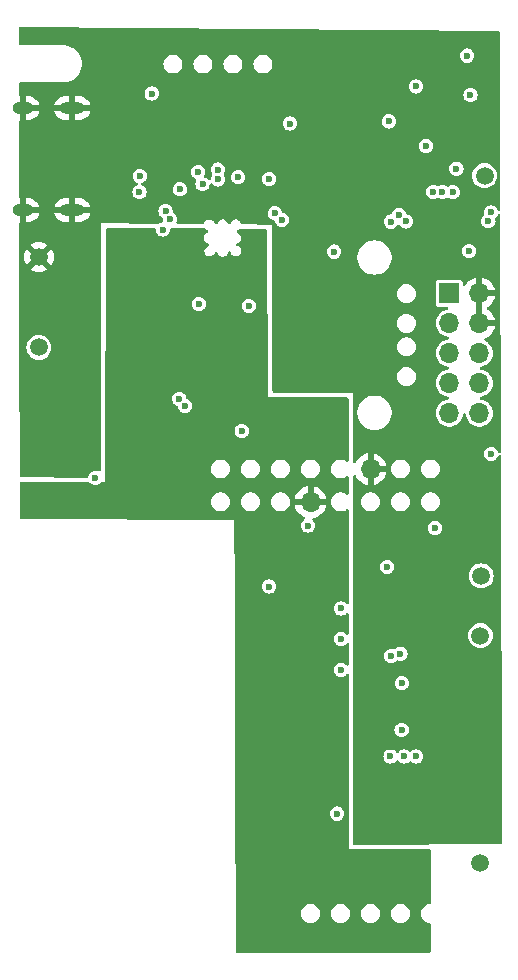
<source format=gbr>
%TF.GenerationSoftware,KiCad,Pcbnew,7.0.10*%
%TF.CreationDate,2025-01-07T15:59:30-07:00*%
%TF.ProjectId,HATA_ver_8.3.1,48415441-5f76-4657-925f-382e332e312e,8.3.1*%
%TF.SameCoordinates,Original*%
%TF.FileFunction,Copper,L2,Inr*%
%TF.FilePolarity,Positive*%
%FSLAX46Y46*%
G04 Gerber Fmt 4.6, Leading zero omitted, Abs format (unit mm)*
G04 Created by KiCad (PCBNEW 7.0.10) date 2025-01-07 15:59:30*
%MOMM*%
%LPD*%
G01*
G04 APERTURE LIST*
%TA.AperFunction,ComponentPad*%
%ADD10C,1.500000*%
%TD*%
%TA.AperFunction,ComponentPad*%
%ADD11O,1.700000X1.700000*%
%TD*%
%TA.AperFunction,ComponentPad*%
%ADD12R,1.700000X1.700000*%
%TD*%
%TA.AperFunction,ComponentPad*%
%ADD13O,1.800000X1.000000*%
%TD*%
%TA.AperFunction,ComponentPad*%
%ADD14O,2.100000X1.000000*%
%TD*%
%TA.AperFunction,ViaPad*%
%ADD15C,0.600000*%
%TD*%
G04 APERTURE END LIST*
D10*
%TO.N,Net-(C3-Pad1)*%
%TO.C,TP3*%
X239430000Y-151780000D03*
%TD*%
%TO.N,/Power control/AC_IN*%
%TO.C,TP5*%
X202040000Y-127380000D03*
%TD*%
D11*
%TO.N,GND*%
%TO.C,P6*%
X230120000Y-137680000D03*
%TD*%
D10*
%TO.N,/BBD_IPS_OUT*%
%TO.C,TP2*%
X239490000Y-146720000D03*
%TD*%
%TO.N,/5V_OUT*%
%TO.C,TP4*%
X239350000Y-171050000D03*
%TD*%
D11*
%TO.N,/A_GND*%
%TO.C,P5*%
X225040000Y-140470000D03*
%TD*%
D12*
%TO.N,/Power control/BATT+*%
%TO.C,J10*%
X236790000Y-122800000D03*
D11*
%TO.N,GND*%
X239330000Y-122800000D03*
%TO.N,/A_GND*%
X236790000Y-125340000D03*
%TO.N,GND*%
X239330000Y-125340000D03*
%TO.N,/5V_OUT*%
X236790000Y-127880000D03*
%TO.N,/BBD_IPS_OUT*%
X239330000Y-127880000D03*
%TO.N,/BBD_PA6*%
X236790000Y-130420000D03*
%TO.N,/BBD_CHG_LED*%
X239330000Y-130420000D03*
%TO.N,/BBD_PB1*%
X236790000Y-132960000D03*
%TO.N,/BBD_PB2*%
X239330000Y-132960000D03*
%TD*%
D10*
%TO.N,GND*%
%TO.C,TP1*%
X202040000Y-119730000D03*
%TD*%
%TO.N,/Power control/BATT+*%
%TO.C,TP6*%
X239770000Y-112850000D03*
%TD*%
D13*
%TO.N,GND*%
%TO.C,P1*%
X200692500Y-115760000D03*
X200692500Y-107120000D03*
D14*
X204872500Y-115760000D03*
X204872500Y-107120000D03*
%TD*%
D15*
%TO.N,/Power control/AC_IN*%
X212526250Y-117403750D03*
%TO.N,GND*%
X206170000Y-136660000D03*
X227026250Y-122093750D03*
X220566250Y-109863750D03*
X211376250Y-110403750D03*
X232440000Y-154600000D03*
X207506250Y-110493750D03*
X226260000Y-130170000D03*
X208100000Y-106510000D03*
X233330000Y-154340000D03*
X237860000Y-160440000D03*
X225416250Y-130153750D03*
X206685000Y-136145000D03*
X224726250Y-130153750D03*
%TO.N,/3v3*%
X227300000Y-166860000D03*
X233960000Y-105290000D03*
%TO.N,/A_GND*%
X203630000Y-139290000D03*
X223870000Y-165230000D03*
X211266250Y-124313750D03*
X224836250Y-132153750D03*
X223370000Y-145890000D03*
X231530000Y-145960000D03*
X226416250Y-132163750D03*
X225606250Y-132153750D03*
X211590000Y-105890000D03*
X232970000Y-172450000D03*
X209510000Y-139850000D03*
X226210000Y-145960000D03*
%TO.N,Net-(C3-Pad1)*%
X232750000Y-159770000D03*
X232770000Y-155810000D03*
%TO.N,/5V_OUT*%
X206830000Y-138420000D03*
X227620000Y-149490000D03*
X238472411Y-119230000D03*
X227620000Y-154680000D03*
X238580000Y-106030000D03*
X219210000Y-134460000D03*
X227620000Y-152060000D03*
%TO.N,/Power control/BATT+*%
X217190000Y-112330000D03*
X237080000Y-114250000D03*
X236210000Y-114220000D03*
X217202700Y-113160000D03*
X235430000Y-114220000D03*
%TO.N,/BBD_IPS_OUT*%
X218920000Y-112970000D03*
X215585000Y-123715000D03*
X232980000Y-162020000D03*
X231810000Y-162020000D03*
X233990000Y-162020000D03*
X231860000Y-153520000D03*
X232650000Y-153310000D03*
X240094577Y-116703898D03*
X219810000Y-123860000D03*
X213136250Y-116533750D03*
X215893304Y-113566588D03*
X227036250Y-119273750D03*
%TO.N,Net-(C16-Pad2)*%
X215530000Y-112530000D03*
X210576250Y-112873750D03*
%TO.N,/Power control/EXT_EN*%
X221530000Y-147630000D03*
%TO.N,Net-(D2-Pad2)*%
X231660000Y-108250000D03*
%TO.N,/BBD_PB1*%
X221530000Y-113130000D03*
X238300000Y-102680000D03*
X237390000Y-112250000D03*
%TO.N,/BBD_PB2*%
X234820000Y-110330000D03*
%TO.N,/BBD_PA6*%
X224830000Y-142470000D03*
X240340000Y-136400000D03*
X235580000Y-142680000D03*
%TO.N,/BBD_CHG_LED*%
X212763566Y-115851617D03*
X240320000Y-115960000D03*
%TO.N,/SCL*%
X222600000Y-116570000D03*
X233104040Y-116720000D03*
X231833789Y-116736211D03*
%TO.N,/SDA*%
X223280000Y-108430000D03*
X232530000Y-116170000D03*
X222010000Y-116030000D03*
%TO.N,/USB2_D-*%
X213930000Y-131750000D03*
%TO.N,/USB2_D+*%
X214410000Y-132340000D03*
%TO.N,Net-(R18-Pad1)*%
X213986250Y-113993750D03*
X210556250Y-114233750D03*
%TD*%
%TA.AperFunction,Conductor*%
%TO.N,/A_GND*%
G36*
X211795867Y-117290953D02*
G01*
X211863881Y-117311303D01*
X211910099Y-117365196D01*
X211920140Y-117400503D01*
X211941205Y-117560510D01*
X211989430Y-117676934D01*
X212001714Y-117706591D01*
X212097968Y-117832032D01*
X212223409Y-117928286D01*
X212369488Y-117988794D01*
X212526250Y-118009432D01*
X212683012Y-117988794D01*
X212829091Y-117928286D01*
X212954532Y-117832032D01*
X213050786Y-117706591D01*
X213111294Y-117560512D01*
X213131373Y-117407994D01*
X213160094Y-117343070D01*
X213219359Y-117303978D01*
X213256934Y-117298445D01*
X216101935Y-117313035D01*
X216169947Y-117333385D01*
X216172263Y-117334926D01*
X216173469Y-117335748D01*
X216173470Y-117335749D01*
X216286274Y-117412658D01*
X216307513Y-117419209D01*
X216366710Y-117458399D01*
X216395324Y-117523375D01*
X216384266Y-117593505D01*
X216337049Y-117646524D01*
X216307516Y-117660012D01*
X216299998Y-117662331D01*
X216176990Y-117721568D01*
X216076908Y-117814432D01*
X216008644Y-117932668D01*
X215978265Y-118065769D01*
X215978265Y-118065771D01*
X215988467Y-118201918D01*
X215988467Y-118201920D01*
X216016585Y-118273561D01*
X216038347Y-118329008D01*
X216038348Y-118329009D01*
X216123467Y-118435747D01*
X216123470Y-118435749D01*
X216236274Y-118512658D01*
X216361728Y-118551355D01*
X216420926Y-118590547D01*
X216449539Y-118655523D01*
X216438480Y-118725653D01*
X216391262Y-118778671D01*
X216379259Y-118785279D01*
X216251989Y-118846569D01*
X216151908Y-118939432D01*
X216083644Y-119057668D01*
X216053265Y-119190769D01*
X216053265Y-119190771D01*
X216053265Y-119190772D01*
X216061733Y-119303783D01*
X216063467Y-119326918D01*
X216063467Y-119326920D01*
X216091585Y-119398561D01*
X216113347Y-119454008D01*
X216113348Y-119454009D01*
X216198467Y-119560747D01*
X216198470Y-119560749D01*
X216311274Y-119637658D01*
X216441736Y-119677900D01*
X216441737Y-119677900D01*
X216543939Y-119677900D01*
X216543943Y-119677900D01*
X216645003Y-119662668D01*
X216768010Y-119603431D01*
X216868091Y-119510568D01*
X216936355Y-119392332D01*
X216936356Y-119392327D01*
X216939806Y-119383540D01*
X216942855Y-119384736D01*
X216969456Y-119337175D01*
X217032110Y-119303783D01*
X217102871Y-119309566D01*
X217159273Y-119352687D01*
X217174934Y-119381135D01*
X217213347Y-119479008D01*
X217213348Y-119479009D01*
X217298467Y-119585747D01*
X217298470Y-119585749D01*
X217411274Y-119662658D01*
X217541736Y-119702900D01*
X217541737Y-119702900D01*
X217643939Y-119702900D01*
X217643943Y-119702900D01*
X217745003Y-119687668D01*
X217868010Y-119628431D01*
X217968091Y-119535568D01*
X218036355Y-119417332D01*
X218051211Y-119352241D01*
X218085869Y-119290279D01*
X218148525Y-119256891D01*
X218219285Y-119262677D01*
X218275684Y-119305801D01*
X218291342Y-119334244D01*
X218338347Y-119454009D01*
X218423467Y-119560747D01*
X218423470Y-119560749D01*
X218536274Y-119637658D01*
X218666736Y-119677900D01*
X218666737Y-119677900D01*
X218768939Y-119677900D01*
X218768943Y-119677900D01*
X218870003Y-119662668D01*
X218993010Y-119603431D01*
X219093091Y-119510568D01*
X219161355Y-119392332D01*
X219191735Y-119259228D01*
X219181533Y-119123082D01*
X219131653Y-118995992D01*
X219066468Y-118914252D01*
X219046532Y-118889252D01*
X218970394Y-118837342D01*
X218933726Y-118812342D01*
X218933725Y-118812341D01*
X218933724Y-118812341D01*
X218821962Y-118777867D01*
X218762763Y-118738675D01*
X218734151Y-118673699D01*
X218745210Y-118603569D01*
X218792428Y-118550550D01*
X218811527Y-118541829D01*
X218811496Y-118541765D01*
X218871937Y-118512658D01*
X218943010Y-118478431D01*
X219043091Y-118385568D01*
X219111355Y-118267332D01*
X219141735Y-118134228D01*
X219131533Y-117998082D01*
X219081653Y-117870992D01*
X219060203Y-117844095D01*
X218996532Y-117764252D01*
X218883725Y-117687341D01*
X218849985Y-117676934D01*
X218790787Y-117637741D01*
X218762175Y-117572765D01*
X218773234Y-117502635D01*
X218820453Y-117449617D01*
X218836704Y-117442197D01*
X218836496Y-117441765D01*
X218896939Y-117412657D01*
X218968010Y-117378431D01*
X218985822Y-117361903D01*
X219049358Y-117330230D01*
X219072165Y-117328267D01*
X221235349Y-117339360D01*
X221303364Y-117359711D01*
X221349582Y-117413604D01*
X221360699Y-117464651D01*
X221439999Y-131589999D01*
X221440000Y-131590000D01*
X228134565Y-131609632D01*
X228202627Y-131629833D01*
X228248963Y-131683625D01*
X228260196Y-131735433D01*
X228268367Y-136938943D01*
X228248472Y-137007095D01*
X228194889Y-137053672D01*
X228124631Y-137063887D01*
X228075331Y-137045828D01*
X227929525Y-136954212D01*
X227929522Y-136954211D01*
X227759255Y-136894632D01*
X227624954Y-136879500D01*
X227535046Y-136879500D01*
X227400745Y-136894632D01*
X227400742Y-136894632D01*
X227400742Y-136894633D01*
X227230477Y-136954211D01*
X227230474Y-136954212D01*
X227077739Y-137050182D01*
X227077737Y-137050183D01*
X226950183Y-137177737D01*
X226950182Y-137177739D01*
X226854212Y-137330474D01*
X226854211Y-137330477D01*
X226854211Y-137330478D01*
X226794632Y-137500745D01*
X226774435Y-137680000D01*
X226794632Y-137859255D01*
X226807302Y-137895464D01*
X226854211Y-138029522D01*
X226854212Y-138029525D01*
X226950182Y-138182260D01*
X226950183Y-138182262D01*
X227077737Y-138309816D01*
X227077739Y-138309817D01*
X227230474Y-138405787D01*
X227230475Y-138405787D01*
X227230478Y-138405789D01*
X227400745Y-138465368D01*
X227535046Y-138480500D01*
X227624954Y-138480500D01*
X227759255Y-138465368D01*
X227929522Y-138405789D01*
X228077655Y-138312711D01*
X228145976Y-138293405D01*
X228213889Y-138314100D01*
X228259832Y-138368227D01*
X228270691Y-138419200D01*
X228272752Y-139731698D01*
X228252857Y-139799850D01*
X228199274Y-139846427D01*
X228129016Y-139856642D01*
X228079716Y-139838583D01*
X227929525Y-139744212D01*
X227929522Y-139744211D01*
X227893762Y-139731698D01*
X227759255Y-139684632D01*
X227624954Y-139669500D01*
X227535046Y-139669500D01*
X227400745Y-139684632D01*
X227400742Y-139684632D01*
X227400742Y-139684633D01*
X227230477Y-139744211D01*
X227230474Y-139744212D01*
X227077739Y-139840182D01*
X227077737Y-139840183D01*
X226950183Y-139967737D01*
X226950182Y-139967739D01*
X226854212Y-140120474D01*
X226854211Y-140120477D01*
X226794633Y-140290742D01*
X226794632Y-140290745D01*
X226774435Y-140470000D01*
X226794632Y-140649255D01*
X226847659Y-140800798D01*
X226854211Y-140819522D01*
X226854212Y-140819525D01*
X226950182Y-140972260D01*
X226950183Y-140972262D01*
X227077737Y-141099816D01*
X227077739Y-141099817D01*
X227230474Y-141195787D01*
X227230475Y-141195787D01*
X227230478Y-141195789D01*
X227400745Y-141255368D01*
X227535046Y-141270500D01*
X227624954Y-141270500D01*
X227759255Y-141255368D01*
X227929522Y-141195789D01*
X228022094Y-141137621D01*
X228082032Y-141099961D01*
X228150353Y-141080655D01*
X228218266Y-141101350D01*
X228264209Y-141155477D01*
X228275068Y-141206450D01*
X228287309Y-149001842D01*
X228267414Y-149069994D01*
X228213831Y-149116571D01*
X228143573Y-149126786D01*
X228078946Y-149097394D01*
X228061346Y-149078744D01*
X228054632Y-149069994D01*
X228048282Y-149061718D01*
X227922841Y-148965464D01*
X227776762Y-148904956D01*
X227776760Y-148904955D01*
X227620000Y-148884318D01*
X227463239Y-148904955D01*
X227317160Y-148965463D01*
X227317157Y-148965465D01*
X227191718Y-149061718D01*
X227095465Y-149187157D01*
X227095463Y-149187160D01*
X227034955Y-149333239D01*
X227014318Y-149489999D01*
X227014318Y-149490000D01*
X227034955Y-149646760D01*
X227034956Y-149646762D01*
X227095464Y-149792841D01*
X227191718Y-149918282D01*
X227317159Y-150014536D01*
X227463238Y-150075044D01*
X227620000Y-150095682D01*
X227776762Y-150075044D01*
X227922841Y-150014536D01*
X228048282Y-149918282D01*
X228062875Y-149899262D01*
X228120210Y-149857396D01*
X228191081Y-149853172D01*
X228252985Y-149887935D01*
X228286268Y-149950646D01*
X228288838Y-149975768D01*
X228291353Y-151577113D01*
X228271458Y-151645265D01*
X228217875Y-151691842D01*
X228147617Y-151702057D01*
X228082990Y-151672665D01*
X228065395Y-151654021D01*
X228048282Y-151631718D01*
X227922841Y-151535464D01*
X227776762Y-151474956D01*
X227776760Y-151474955D01*
X227620000Y-151454318D01*
X227463239Y-151474955D01*
X227317160Y-151535463D01*
X227317157Y-151535465D01*
X227191718Y-151631718D01*
X227095465Y-151757157D01*
X227095463Y-151757160D01*
X227034955Y-151903239D01*
X227014318Y-152059999D01*
X227014318Y-152060000D01*
X227034955Y-152216760D01*
X227034956Y-152216762D01*
X227095464Y-152362841D01*
X227191718Y-152488282D01*
X227317159Y-152584536D01*
X227463238Y-152645044D01*
X227620000Y-152665682D01*
X227776762Y-152645044D01*
X227922841Y-152584536D01*
X228048282Y-152488282D01*
X228066903Y-152464013D01*
X228124240Y-152422146D01*
X228195110Y-152417923D01*
X228257014Y-152452687D01*
X228290296Y-152515399D01*
X228292866Y-152540519D01*
X228295476Y-154202485D01*
X228275581Y-154270637D01*
X228221998Y-154317214D01*
X228151740Y-154327429D01*
X228087113Y-154298037D01*
X228069514Y-154279387D01*
X228048284Y-154251720D01*
X228048282Y-154251719D01*
X228048282Y-154251718D01*
X227922841Y-154155464D01*
X227776762Y-154094956D01*
X227776760Y-154094955D01*
X227620000Y-154074318D01*
X227463239Y-154094955D01*
X227317160Y-154155463D01*
X227317157Y-154155465D01*
X227191718Y-154251718D01*
X227095465Y-154377157D01*
X227095463Y-154377160D01*
X227034955Y-154523239D01*
X227014318Y-154679999D01*
X227014318Y-154680000D01*
X227034955Y-154836760D01*
X227071524Y-154925044D01*
X227095464Y-154982841D01*
X227191718Y-155108282D01*
X227317159Y-155204536D01*
X227463238Y-155265044D01*
X227620000Y-155285682D01*
X227776762Y-155265044D01*
X227922841Y-155204536D01*
X228048282Y-155108282D01*
X228071011Y-155078660D01*
X228128346Y-155036795D01*
X228199217Y-155032573D01*
X228261120Y-155067336D01*
X228294402Y-155130048D01*
X228296972Y-155155168D01*
X228316176Y-167384534D01*
X228320000Y-169820000D01*
X235104261Y-169849454D01*
X235172294Y-169869752D01*
X235218554Y-169923609D01*
X235229714Y-169975739D01*
X235219659Y-174399905D01*
X235199502Y-174467980D01*
X235145741Y-174514351D01*
X235107768Y-174524826D01*
X235020745Y-174534632D01*
X235020742Y-174534632D01*
X235020741Y-174534633D01*
X234850477Y-174594211D01*
X234850474Y-174594212D01*
X234697739Y-174690182D01*
X234697737Y-174690183D01*
X234570183Y-174817737D01*
X234570182Y-174817739D01*
X234474212Y-174970474D01*
X234474211Y-174970477D01*
X234474211Y-174970478D01*
X234414632Y-175140745D01*
X234394435Y-175320000D01*
X234414632Y-175499255D01*
X234414633Y-175499257D01*
X234474211Y-175669522D01*
X234474212Y-175669525D01*
X234570182Y-175822260D01*
X234570183Y-175822262D01*
X234697737Y-175949816D01*
X234697739Y-175949817D01*
X234850474Y-176045787D01*
X234850475Y-176045787D01*
X234850478Y-176045789D01*
X235020745Y-176105368D01*
X235103586Y-176114701D01*
X235169037Y-176142205D01*
X235209229Y-176200729D01*
X235215476Y-176240195D01*
X235210285Y-178524438D01*
X235190128Y-178592513D01*
X235136367Y-178638884D01*
X235084438Y-178650152D01*
X218855638Y-178669847D01*
X218787493Y-178649928D01*
X218740935Y-178596328D01*
X218729486Y-178544362D01*
X218720068Y-176240195D01*
X218716307Y-175320000D01*
X224234435Y-175320000D01*
X224254632Y-175499255D01*
X224254633Y-175499257D01*
X224314211Y-175669522D01*
X224314212Y-175669525D01*
X224410182Y-175822260D01*
X224410183Y-175822262D01*
X224537737Y-175949816D01*
X224537739Y-175949817D01*
X224690474Y-176045787D01*
X224690475Y-176045787D01*
X224690478Y-176045789D01*
X224860745Y-176105368D01*
X224995046Y-176120500D01*
X225084954Y-176120500D01*
X225219255Y-176105368D01*
X225389522Y-176045789D01*
X225542262Y-175949816D01*
X225669816Y-175822262D01*
X225765789Y-175669522D01*
X225825368Y-175499255D01*
X225845565Y-175320000D01*
X226774435Y-175320000D01*
X226794632Y-175499255D01*
X226794633Y-175499257D01*
X226854211Y-175669522D01*
X226854212Y-175669525D01*
X226950182Y-175822260D01*
X226950183Y-175822262D01*
X227077737Y-175949816D01*
X227077739Y-175949817D01*
X227230474Y-176045787D01*
X227230475Y-176045787D01*
X227230478Y-176045789D01*
X227400745Y-176105368D01*
X227535046Y-176120500D01*
X227624954Y-176120500D01*
X227759255Y-176105368D01*
X227929522Y-176045789D01*
X228082262Y-175949816D01*
X228209816Y-175822262D01*
X228305789Y-175669522D01*
X228365368Y-175499255D01*
X228385565Y-175320000D01*
X229314435Y-175320000D01*
X229334632Y-175499255D01*
X229334633Y-175499257D01*
X229394211Y-175669522D01*
X229394212Y-175669525D01*
X229490182Y-175822260D01*
X229490183Y-175822262D01*
X229617737Y-175949816D01*
X229617739Y-175949817D01*
X229770474Y-176045787D01*
X229770475Y-176045787D01*
X229770478Y-176045789D01*
X229940745Y-176105368D01*
X230075046Y-176120500D01*
X230164954Y-176120500D01*
X230299255Y-176105368D01*
X230469522Y-176045789D01*
X230622262Y-175949816D01*
X230749816Y-175822262D01*
X230845789Y-175669522D01*
X230905368Y-175499255D01*
X230925565Y-175320000D01*
X231854435Y-175320000D01*
X231874632Y-175499255D01*
X231874633Y-175499257D01*
X231934211Y-175669522D01*
X231934212Y-175669525D01*
X232030182Y-175822260D01*
X232030183Y-175822262D01*
X232157737Y-175949816D01*
X232157739Y-175949817D01*
X232310474Y-176045787D01*
X232310475Y-176045787D01*
X232310478Y-176045789D01*
X232480745Y-176105368D01*
X232615046Y-176120500D01*
X232704954Y-176120500D01*
X232839255Y-176105368D01*
X233009522Y-176045789D01*
X233162262Y-175949816D01*
X233289816Y-175822262D01*
X233385789Y-175669522D01*
X233445368Y-175499255D01*
X233465565Y-175320000D01*
X233445368Y-175140745D01*
X233385789Y-174970478D01*
X233385787Y-174970475D01*
X233385787Y-174970474D01*
X233289817Y-174817739D01*
X233289816Y-174817737D01*
X233162262Y-174690183D01*
X233162260Y-174690182D01*
X233009525Y-174594212D01*
X233009522Y-174594211D01*
X232839255Y-174534632D01*
X232704954Y-174519500D01*
X232615046Y-174519500D01*
X232480745Y-174534632D01*
X232480742Y-174534632D01*
X232480742Y-174534633D01*
X232310477Y-174594211D01*
X232310474Y-174594212D01*
X232157739Y-174690182D01*
X232157737Y-174690183D01*
X232030183Y-174817737D01*
X232030182Y-174817739D01*
X231934212Y-174970474D01*
X231934211Y-174970477D01*
X231934211Y-174970478D01*
X231874632Y-175140745D01*
X231854435Y-175320000D01*
X230925565Y-175320000D01*
X230905368Y-175140745D01*
X230845789Y-174970478D01*
X230845787Y-174970475D01*
X230845787Y-174970474D01*
X230749817Y-174817739D01*
X230749816Y-174817737D01*
X230622262Y-174690183D01*
X230622260Y-174690182D01*
X230469525Y-174594212D01*
X230469522Y-174594211D01*
X230299255Y-174534632D01*
X230164954Y-174519500D01*
X230075046Y-174519500D01*
X229940745Y-174534632D01*
X229940742Y-174534632D01*
X229940742Y-174534633D01*
X229770477Y-174594211D01*
X229770474Y-174594212D01*
X229617739Y-174690182D01*
X229617737Y-174690183D01*
X229490183Y-174817737D01*
X229490182Y-174817739D01*
X229394212Y-174970474D01*
X229394211Y-174970477D01*
X229394211Y-174970478D01*
X229334632Y-175140745D01*
X229314435Y-175320000D01*
X228385565Y-175320000D01*
X228365368Y-175140745D01*
X228305789Y-174970478D01*
X228305787Y-174970475D01*
X228305787Y-174970474D01*
X228209817Y-174817739D01*
X228209816Y-174817737D01*
X228082262Y-174690183D01*
X228082260Y-174690182D01*
X227929525Y-174594212D01*
X227929522Y-174594211D01*
X227759255Y-174534632D01*
X227624954Y-174519500D01*
X227535046Y-174519500D01*
X227400745Y-174534632D01*
X227400742Y-174534632D01*
X227400742Y-174534633D01*
X227230477Y-174594211D01*
X227230474Y-174594212D01*
X227077739Y-174690182D01*
X227077737Y-174690183D01*
X226950183Y-174817737D01*
X226950182Y-174817739D01*
X226854212Y-174970474D01*
X226854211Y-174970477D01*
X226854211Y-174970478D01*
X226794632Y-175140745D01*
X226774435Y-175320000D01*
X225845565Y-175320000D01*
X225825368Y-175140745D01*
X225765789Y-174970478D01*
X225765787Y-174970475D01*
X225765787Y-174970474D01*
X225669817Y-174817739D01*
X225669816Y-174817737D01*
X225542262Y-174690183D01*
X225542260Y-174690182D01*
X225389525Y-174594212D01*
X225389522Y-174594211D01*
X225219255Y-174534632D01*
X225084954Y-174519500D01*
X224995046Y-174519500D01*
X224860745Y-174534632D01*
X224860742Y-174534632D01*
X224860742Y-174534633D01*
X224690477Y-174594211D01*
X224690474Y-174594212D01*
X224537739Y-174690182D01*
X224537737Y-174690183D01*
X224410183Y-174817737D01*
X224410182Y-174817739D01*
X224314212Y-174970474D01*
X224314211Y-174970477D01*
X224314211Y-174970478D01*
X224254632Y-175140745D01*
X224234435Y-175320000D01*
X218716307Y-175320000D01*
X218681729Y-166860000D01*
X226694318Y-166860000D01*
X226714955Y-167016760D01*
X226714956Y-167016762D01*
X226775464Y-167162841D01*
X226871718Y-167288282D01*
X226997159Y-167384536D01*
X227143238Y-167445044D01*
X227300000Y-167465682D01*
X227456762Y-167445044D01*
X227602841Y-167384536D01*
X227728282Y-167288282D01*
X227824536Y-167162841D01*
X227885044Y-167016762D01*
X227905682Y-166860000D01*
X227885044Y-166703238D01*
X227824536Y-166557159D01*
X227728282Y-166431718D01*
X227602841Y-166335464D01*
X227456762Y-166274956D01*
X227456760Y-166274955D01*
X227300000Y-166254318D01*
X227143239Y-166274955D01*
X226997160Y-166335463D01*
X226997157Y-166335465D01*
X226871718Y-166431718D01*
X226775465Y-166557157D01*
X226775463Y-166557160D01*
X226714955Y-166703239D01*
X226694318Y-166859999D01*
X226694318Y-166860000D01*
X218681729Y-166860000D01*
X218603133Y-147630000D01*
X220924318Y-147630000D01*
X220944955Y-147786760D01*
X220944956Y-147786762D01*
X221005464Y-147932841D01*
X221101718Y-148058282D01*
X221227159Y-148154536D01*
X221373238Y-148215044D01*
X221530000Y-148235682D01*
X221686762Y-148215044D01*
X221832841Y-148154536D01*
X221958282Y-148058282D01*
X222054536Y-147932841D01*
X222115044Y-147786762D01*
X222135682Y-147630000D01*
X222115044Y-147473238D01*
X222054536Y-147327159D01*
X221958282Y-147201718D01*
X221832841Y-147105464D01*
X221686762Y-147044956D01*
X221686760Y-147044955D01*
X221530000Y-147024318D01*
X221373239Y-147044955D01*
X221227160Y-147105463D01*
X221227157Y-147105465D01*
X221101718Y-147201718D01*
X221005465Y-147327157D01*
X221005463Y-147327160D01*
X220944955Y-147473239D01*
X220924318Y-147629999D01*
X220924318Y-147630000D01*
X218603133Y-147630000D01*
X218580000Y-141970000D01*
X218580000Y-141969999D01*
X200554381Y-141910411D01*
X200486327Y-141890184D01*
X200440012Y-141836375D01*
X200428804Y-141785623D01*
X200416154Y-140470000D01*
X216614435Y-140470000D01*
X216634632Y-140649255D01*
X216687659Y-140800798D01*
X216694211Y-140819522D01*
X216694212Y-140819525D01*
X216790182Y-140972260D01*
X216790183Y-140972262D01*
X216917737Y-141099816D01*
X216917739Y-141099817D01*
X217070474Y-141195787D01*
X217070475Y-141195787D01*
X217070478Y-141195789D01*
X217240745Y-141255368D01*
X217375046Y-141270500D01*
X217464954Y-141270500D01*
X217599255Y-141255368D01*
X217769522Y-141195789D01*
X217922262Y-141099816D01*
X218049816Y-140972262D01*
X218145789Y-140819522D01*
X218205368Y-140649255D01*
X218225565Y-140470000D01*
X219154435Y-140470000D01*
X219174632Y-140649255D01*
X219227659Y-140800798D01*
X219234211Y-140819522D01*
X219234212Y-140819525D01*
X219330182Y-140972260D01*
X219330183Y-140972262D01*
X219457737Y-141099816D01*
X219457739Y-141099817D01*
X219610474Y-141195787D01*
X219610475Y-141195787D01*
X219610478Y-141195789D01*
X219780745Y-141255368D01*
X219915046Y-141270500D01*
X220004954Y-141270500D01*
X220139255Y-141255368D01*
X220309522Y-141195789D01*
X220462262Y-141099816D01*
X220589816Y-140972262D01*
X220685789Y-140819522D01*
X220745368Y-140649255D01*
X220765565Y-140470000D01*
X221694435Y-140470000D01*
X221714632Y-140649255D01*
X221767659Y-140800798D01*
X221774211Y-140819522D01*
X221774212Y-140819525D01*
X221870182Y-140972260D01*
X221870183Y-140972262D01*
X221997737Y-141099816D01*
X221997739Y-141099817D01*
X222150474Y-141195787D01*
X222150475Y-141195787D01*
X222150478Y-141195789D01*
X222320745Y-141255368D01*
X222455046Y-141270500D01*
X222544954Y-141270500D01*
X222679255Y-141255368D01*
X222849522Y-141195789D01*
X223002262Y-141099816D01*
X223129816Y-140972262D01*
X223225789Y-140819522D01*
X223259214Y-140724000D01*
X223703455Y-140724000D01*
X223751176Y-140912449D01*
X223751179Y-140912456D01*
X223841580Y-141118548D01*
X223964674Y-141306958D01*
X224117097Y-141472534D01*
X224294698Y-141610767D01*
X224294699Y-141610768D01*
X224492628Y-141717881D01*
X224499660Y-141720296D01*
X224557595Y-141761334D01*
X224584146Y-141827179D01*
X224570884Y-141896926D01*
X224531874Y-141938043D01*
X224533711Y-141940437D01*
X224527160Y-141945463D01*
X224527159Y-141945464D01*
X224495183Y-141970000D01*
X224401718Y-142041718D01*
X224305465Y-142167157D01*
X224305463Y-142167160D01*
X224244955Y-142313239D01*
X224224318Y-142469999D01*
X224224318Y-142470000D01*
X224244955Y-142626760D01*
X224244956Y-142626762D01*
X224305464Y-142772841D01*
X224401718Y-142898282D01*
X224527159Y-142994536D01*
X224673238Y-143055044D01*
X224830000Y-143075682D01*
X224986762Y-143055044D01*
X225132841Y-142994536D01*
X225258282Y-142898282D01*
X225354536Y-142772841D01*
X225415044Y-142626762D01*
X225435682Y-142470000D01*
X225415044Y-142313238D01*
X225354536Y-142167159D01*
X225258282Y-142041718D01*
X225258280Y-142041716D01*
X225258279Y-142041715D01*
X225240662Y-142028197D01*
X225198795Y-141970859D01*
X225194573Y-141899988D01*
X225229337Y-141838085D01*
X225292050Y-141804804D01*
X225296628Y-141803953D01*
X225374507Y-141790957D01*
X225374516Y-141790955D01*
X225587369Y-141717883D01*
X225587371Y-141717882D01*
X225785300Y-141610768D01*
X225785301Y-141610767D01*
X225962902Y-141472534D01*
X226115325Y-141306958D01*
X226238419Y-141118548D01*
X226328820Y-140912456D01*
X226328823Y-140912449D01*
X226376544Y-140724000D01*
X225471116Y-140724000D01*
X225499493Y-140679844D01*
X225540000Y-140541889D01*
X225540000Y-140398111D01*
X225499493Y-140260156D01*
X225471116Y-140216000D01*
X226376544Y-140216000D01*
X226376544Y-140215999D01*
X226328823Y-140027550D01*
X226328820Y-140027543D01*
X226238419Y-139821451D01*
X226115325Y-139633041D01*
X225962902Y-139467465D01*
X225785301Y-139329232D01*
X225785300Y-139329231D01*
X225587371Y-139222117D01*
X225587369Y-139222116D01*
X225374512Y-139149043D01*
X225374501Y-139149040D01*
X225294000Y-139135606D01*
X225294000Y-140036325D01*
X225182315Y-139985320D01*
X225075763Y-139970000D01*
X225004237Y-139970000D01*
X224897685Y-139985320D01*
X224786000Y-140036325D01*
X224786000Y-139135607D01*
X224785999Y-139135606D01*
X224705498Y-139149040D01*
X224705487Y-139149043D01*
X224492630Y-139222116D01*
X224492628Y-139222117D01*
X224294699Y-139329231D01*
X224294698Y-139329232D01*
X224117097Y-139467465D01*
X223964674Y-139633041D01*
X223841580Y-139821451D01*
X223751179Y-140027543D01*
X223751176Y-140027550D01*
X223703455Y-140215999D01*
X223703456Y-140216000D01*
X224608884Y-140216000D01*
X224580507Y-140260156D01*
X224540000Y-140398111D01*
X224540000Y-140541889D01*
X224580507Y-140679844D01*
X224608884Y-140724000D01*
X223703455Y-140724000D01*
X223259214Y-140724000D01*
X223285368Y-140649255D01*
X223305565Y-140470000D01*
X223285368Y-140290745D01*
X223225789Y-140120478D01*
X223225787Y-140120475D01*
X223225787Y-140120474D01*
X223129817Y-139967739D01*
X223129816Y-139967737D01*
X223002262Y-139840183D01*
X223002260Y-139840182D01*
X222849525Y-139744212D01*
X222849522Y-139744211D01*
X222813762Y-139731698D01*
X222679255Y-139684632D01*
X222544954Y-139669500D01*
X222455046Y-139669500D01*
X222320745Y-139684632D01*
X222320742Y-139684632D01*
X222320742Y-139684633D01*
X222150477Y-139744211D01*
X222150474Y-139744212D01*
X221997739Y-139840182D01*
X221997737Y-139840183D01*
X221870183Y-139967737D01*
X221870182Y-139967739D01*
X221774212Y-140120474D01*
X221774211Y-140120477D01*
X221714633Y-140290742D01*
X221714632Y-140290745D01*
X221694435Y-140470000D01*
X220765565Y-140470000D01*
X220745368Y-140290745D01*
X220685789Y-140120478D01*
X220685787Y-140120475D01*
X220685787Y-140120474D01*
X220589817Y-139967739D01*
X220589816Y-139967737D01*
X220462262Y-139840183D01*
X220462260Y-139840182D01*
X220309525Y-139744212D01*
X220309522Y-139744211D01*
X220273762Y-139731698D01*
X220139255Y-139684632D01*
X220004954Y-139669500D01*
X219915046Y-139669500D01*
X219780745Y-139684632D01*
X219780742Y-139684632D01*
X219780742Y-139684633D01*
X219610477Y-139744211D01*
X219610474Y-139744212D01*
X219457739Y-139840182D01*
X219457737Y-139840183D01*
X219330183Y-139967737D01*
X219330182Y-139967739D01*
X219234212Y-140120474D01*
X219234211Y-140120477D01*
X219174633Y-140290742D01*
X219174632Y-140290745D01*
X219154435Y-140470000D01*
X218225565Y-140470000D01*
X218205368Y-140290745D01*
X218145789Y-140120478D01*
X218145787Y-140120475D01*
X218145787Y-140120474D01*
X218049817Y-139967739D01*
X218049816Y-139967737D01*
X217922262Y-139840183D01*
X217922260Y-139840182D01*
X217769525Y-139744212D01*
X217769522Y-139744211D01*
X217733762Y-139731698D01*
X217599255Y-139684632D01*
X217464954Y-139669500D01*
X217375046Y-139669500D01*
X217240745Y-139684632D01*
X217240742Y-139684632D01*
X217240742Y-139684633D01*
X217070477Y-139744211D01*
X217070474Y-139744212D01*
X216917739Y-139840182D01*
X216917737Y-139840183D01*
X216790183Y-139967737D01*
X216790182Y-139967739D01*
X216694212Y-140120474D01*
X216694211Y-140120477D01*
X216634633Y-140290742D01*
X216634632Y-140290745D01*
X216614435Y-140470000D01*
X200416154Y-140470000D01*
X200401228Y-138917737D01*
X200420574Y-138849429D01*
X200473780Y-138802422D01*
X200527740Y-138790528D01*
X206316248Y-138814481D01*
X206384283Y-138834764D01*
X206395015Y-138843450D01*
X206395166Y-138843254D01*
X206401717Y-138848280D01*
X206401718Y-138848282D01*
X206527159Y-138944536D01*
X206673238Y-139005044D01*
X206830000Y-139025682D01*
X206986762Y-139005044D01*
X207132841Y-138944536D01*
X207258282Y-138848282D01*
X207258283Y-138848279D01*
X207262880Y-138844753D01*
X207329100Y-138819153D01*
X207340090Y-138818717D01*
X207650000Y-138820000D01*
X207653174Y-137680000D01*
X216614435Y-137680000D01*
X216634632Y-137859255D01*
X216647302Y-137895464D01*
X216694211Y-138029522D01*
X216694212Y-138029525D01*
X216790182Y-138182260D01*
X216790183Y-138182262D01*
X216917737Y-138309816D01*
X216917739Y-138309817D01*
X217070474Y-138405787D01*
X217070475Y-138405787D01*
X217070478Y-138405789D01*
X217240745Y-138465368D01*
X217375046Y-138480500D01*
X217464954Y-138480500D01*
X217599255Y-138465368D01*
X217769522Y-138405789D01*
X217922262Y-138309816D01*
X218049816Y-138182262D01*
X218145789Y-138029522D01*
X218205368Y-137859255D01*
X218225565Y-137680000D01*
X219154435Y-137680000D01*
X219174632Y-137859255D01*
X219187302Y-137895464D01*
X219234211Y-138029522D01*
X219234212Y-138029525D01*
X219330182Y-138182260D01*
X219330183Y-138182262D01*
X219457737Y-138309816D01*
X219457739Y-138309817D01*
X219610474Y-138405787D01*
X219610475Y-138405787D01*
X219610478Y-138405789D01*
X219780745Y-138465368D01*
X219915046Y-138480500D01*
X220004954Y-138480500D01*
X220139255Y-138465368D01*
X220309522Y-138405789D01*
X220462262Y-138309816D01*
X220589816Y-138182262D01*
X220685789Y-138029522D01*
X220745368Y-137859255D01*
X220765565Y-137680000D01*
X221694435Y-137680000D01*
X221714632Y-137859255D01*
X221727302Y-137895464D01*
X221774211Y-138029522D01*
X221774212Y-138029525D01*
X221870182Y-138182260D01*
X221870183Y-138182262D01*
X221997737Y-138309816D01*
X221997739Y-138309817D01*
X222150474Y-138405787D01*
X222150475Y-138405787D01*
X222150478Y-138405789D01*
X222320745Y-138465368D01*
X222455046Y-138480500D01*
X222544954Y-138480500D01*
X222679255Y-138465368D01*
X222849522Y-138405789D01*
X223002262Y-138309816D01*
X223129816Y-138182262D01*
X223225789Y-138029522D01*
X223285368Y-137859255D01*
X223305565Y-137680000D01*
X224234435Y-137680000D01*
X224254632Y-137859255D01*
X224267302Y-137895464D01*
X224314211Y-138029522D01*
X224314212Y-138029525D01*
X224410182Y-138182260D01*
X224410183Y-138182262D01*
X224537737Y-138309816D01*
X224537739Y-138309817D01*
X224690474Y-138405787D01*
X224690475Y-138405787D01*
X224690478Y-138405789D01*
X224860745Y-138465368D01*
X224995046Y-138480500D01*
X225084954Y-138480500D01*
X225219255Y-138465368D01*
X225389522Y-138405789D01*
X225542262Y-138309816D01*
X225669816Y-138182262D01*
X225765789Y-138029522D01*
X225825368Y-137859255D01*
X225845565Y-137680000D01*
X225825368Y-137500745D01*
X225765789Y-137330478D01*
X225765787Y-137330475D01*
X225765787Y-137330474D01*
X225669817Y-137177739D01*
X225669816Y-137177737D01*
X225542262Y-137050183D01*
X225542260Y-137050182D01*
X225389525Y-136954212D01*
X225389522Y-136954211D01*
X225219255Y-136894632D01*
X225084954Y-136879500D01*
X224995046Y-136879500D01*
X224860745Y-136894632D01*
X224860742Y-136894632D01*
X224860742Y-136894633D01*
X224690477Y-136954211D01*
X224690474Y-136954212D01*
X224537739Y-137050182D01*
X224537737Y-137050183D01*
X224410183Y-137177737D01*
X224410182Y-137177739D01*
X224314212Y-137330474D01*
X224314211Y-137330477D01*
X224314211Y-137330478D01*
X224254632Y-137500745D01*
X224234435Y-137680000D01*
X223305565Y-137680000D01*
X223285368Y-137500745D01*
X223225789Y-137330478D01*
X223225787Y-137330475D01*
X223225787Y-137330474D01*
X223129817Y-137177739D01*
X223129816Y-137177737D01*
X223002262Y-137050183D01*
X223002260Y-137050182D01*
X222849525Y-136954212D01*
X222849522Y-136954211D01*
X222679255Y-136894632D01*
X222544954Y-136879500D01*
X222455046Y-136879500D01*
X222320745Y-136894632D01*
X222320742Y-136894632D01*
X222320742Y-136894633D01*
X222150477Y-136954211D01*
X222150474Y-136954212D01*
X221997739Y-137050182D01*
X221997737Y-137050183D01*
X221870183Y-137177737D01*
X221870182Y-137177739D01*
X221774212Y-137330474D01*
X221774211Y-137330477D01*
X221774211Y-137330478D01*
X221714632Y-137500745D01*
X221694435Y-137680000D01*
X220765565Y-137680000D01*
X220745368Y-137500745D01*
X220685789Y-137330478D01*
X220685787Y-137330475D01*
X220685787Y-137330474D01*
X220589817Y-137177739D01*
X220589816Y-137177737D01*
X220462262Y-137050183D01*
X220462260Y-137050182D01*
X220309525Y-136954212D01*
X220309522Y-136954211D01*
X220139255Y-136894632D01*
X220004954Y-136879500D01*
X219915046Y-136879500D01*
X219780745Y-136894632D01*
X219780742Y-136894632D01*
X219780742Y-136894633D01*
X219610477Y-136954211D01*
X219610474Y-136954212D01*
X219457739Y-137050182D01*
X219457737Y-137050183D01*
X219330183Y-137177737D01*
X219330182Y-137177739D01*
X219234212Y-137330474D01*
X219234211Y-137330477D01*
X219234211Y-137330478D01*
X219174632Y-137500745D01*
X219154435Y-137680000D01*
X218225565Y-137680000D01*
X218205368Y-137500745D01*
X218145789Y-137330478D01*
X218145787Y-137330475D01*
X218145787Y-137330474D01*
X218049817Y-137177739D01*
X218049816Y-137177737D01*
X217922262Y-137050183D01*
X217922260Y-137050182D01*
X217769525Y-136954212D01*
X217769522Y-136954211D01*
X217599255Y-136894632D01*
X217464954Y-136879500D01*
X217375046Y-136879500D01*
X217240745Y-136894632D01*
X217240742Y-136894632D01*
X217240742Y-136894633D01*
X217070477Y-136954211D01*
X217070474Y-136954212D01*
X216917739Y-137050182D01*
X216917737Y-137050183D01*
X216790183Y-137177737D01*
X216790182Y-137177739D01*
X216694212Y-137330474D01*
X216694211Y-137330477D01*
X216694211Y-137330478D01*
X216634632Y-137500745D01*
X216614435Y-137680000D01*
X207653174Y-137680000D01*
X207662139Y-134460000D01*
X218604318Y-134460000D01*
X218624955Y-134616760D01*
X218624956Y-134616762D01*
X218685464Y-134762841D01*
X218781718Y-134888282D01*
X218907159Y-134984536D01*
X219053238Y-135045044D01*
X219210000Y-135065682D01*
X219366762Y-135045044D01*
X219512841Y-134984536D01*
X219638282Y-134888282D01*
X219734536Y-134762841D01*
X219795044Y-134616762D01*
X219815682Y-134460000D01*
X219795044Y-134303238D01*
X219734536Y-134157159D01*
X219638282Y-134031718D01*
X219512841Y-133935464D01*
X219430085Y-133901185D01*
X219366760Y-133874955D01*
X219210000Y-133854318D01*
X219053239Y-133874955D01*
X218907160Y-133935463D01*
X218907157Y-133935465D01*
X218781718Y-134031718D01*
X218685465Y-134157157D01*
X218685463Y-134157160D01*
X218624955Y-134303239D01*
X218604318Y-134459999D01*
X218604318Y-134460000D01*
X207662139Y-134460000D01*
X207669684Y-131750000D01*
X213324318Y-131750000D01*
X213344955Y-131906760D01*
X213354091Y-131928815D01*
X213405464Y-132052841D01*
X213501718Y-132178282D01*
X213627159Y-132274536D01*
X213738211Y-132320535D01*
X213793492Y-132365084D01*
X213814915Y-132420497D01*
X213824955Y-132496760D01*
X213824956Y-132496762D01*
X213885464Y-132642841D01*
X213981718Y-132768282D01*
X214107159Y-132864536D01*
X214253238Y-132925044D01*
X214410000Y-132945682D01*
X214566762Y-132925044D01*
X214712841Y-132864536D01*
X214838282Y-132768282D01*
X214934536Y-132642841D01*
X214995044Y-132496762D01*
X215015682Y-132340000D01*
X214995044Y-132183238D01*
X214934536Y-132037159D01*
X214838282Y-131911718D01*
X214712841Y-131815464D01*
X214601786Y-131769463D01*
X214546507Y-131724915D01*
X214525084Y-131669501D01*
X214520463Y-131634404D01*
X214515044Y-131593238D01*
X214454536Y-131447159D01*
X214358282Y-131321718D01*
X214232841Y-131225464D01*
X214086762Y-131164956D01*
X214086760Y-131164955D01*
X213930000Y-131144318D01*
X213773239Y-131164955D01*
X213627160Y-131225463D01*
X213627157Y-131225465D01*
X213501718Y-131321718D01*
X213405465Y-131447157D01*
X213405463Y-131447160D01*
X213344955Y-131593239D01*
X213324318Y-131749999D01*
X213324318Y-131750000D01*
X207669684Y-131750000D01*
X207692055Y-123715000D01*
X214979318Y-123715000D01*
X214999955Y-123871760D01*
X214999956Y-123871762D01*
X215060464Y-124017841D01*
X215156718Y-124143282D01*
X215282159Y-124239536D01*
X215428238Y-124300044D01*
X215585000Y-124320682D01*
X215741762Y-124300044D01*
X215887841Y-124239536D01*
X216013282Y-124143282D01*
X216109536Y-124017841D01*
X216170044Y-123871762D01*
X216171592Y-123860000D01*
X219204318Y-123860000D01*
X219224955Y-124016760D01*
X219224956Y-124016762D01*
X219285464Y-124162841D01*
X219381718Y-124288282D01*
X219507159Y-124384536D01*
X219653238Y-124445044D01*
X219810000Y-124465682D01*
X219966762Y-124445044D01*
X220112841Y-124384536D01*
X220238282Y-124288282D01*
X220334536Y-124162841D01*
X220395044Y-124016762D01*
X220415682Y-123860000D01*
X220395044Y-123703238D01*
X220334536Y-123557159D01*
X220238282Y-123431718D01*
X220112841Y-123335464D01*
X219966762Y-123274956D01*
X219966760Y-123274955D01*
X219810000Y-123254318D01*
X219653239Y-123274955D01*
X219507160Y-123335463D01*
X219507157Y-123335465D01*
X219381718Y-123431718D01*
X219285465Y-123557157D01*
X219285463Y-123557160D01*
X219224955Y-123703239D01*
X219204318Y-123859999D01*
X219204318Y-123860000D01*
X216171592Y-123860000D01*
X216190682Y-123715000D01*
X216170044Y-123558238D01*
X216109536Y-123412159D01*
X216013282Y-123286718D01*
X215887841Y-123190464D01*
X215741762Y-123129956D01*
X215741760Y-123129955D01*
X215585000Y-123109318D01*
X215428239Y-123129955D01*
X215282160Y-123190463D01*
X215282157Y-123190465D01*
X215156718Y-123286718D01*
X215060465Y-123412157D01*
X215060463Y-123412160D01*
X214999955Y-123558239D01*
X214979318Y-123714999D01*
X214979318Y-123715000D01*
X207692055Y-123715000D01*
X207709648Y-117396292D01*
X207729840Y-117328229D01*
X207783625Y-117281886D01*
X207836290Y-117270647D01*
X211795867Y-117290953D01*
G37*
%TD.AperFunction*%
%TD*%
%TA.AperFunction,Conductor*%
%TO.N,GND*%
G36*
X239584000Y-124906325D02*
G01*
X239472315Y-124855320D01*
X239365763Y-124840000D01*
X239294237Y-124840000D01*
X239187685Y-124855320D01*
X239076000Y-124906325D01*
X239076000Y-123233674D01*
X239187685Y-123284680D01*
X239294237Y-123300000D01*
X239365763Y-123300000D01*
X239472315Y-123284680D01*
X239584000Y-123233674D01*
X239584000Y-124906325D01*
G37*
%TD.AperFunction*%
%TA.AperFunction,Conductor*%
G36*
X240955314Y-100579021D02*
G01*
X241023276Y-100599557D01*
X241069346Y-100653576D01*
X241080325Y-100704688D01*
X241119472Y-115687142D01*
X241099648Y-115755315D01*
X241046114Y-115801947D01*
X240975866Y-115812235D01*
X240911209Y-115782911D01*
X240877064Y-115735690D01*
X240844536Y-115657159D01*
X240748282Y-115531718D01*
X240622841Y-115435464D01*
X240595933Y-115424318D01*
X240476760Y-115374955D01*
X240320000Y-115354318D01*
X240163239Y-115374955D01*
X240017160Y-115435463D01*
X240017157Y-115435465D01*
X239891718Y-115531718D01*
X239795465Y-115657157D01*
X239795463Y-115657160D01*
X239734955Y-115803239D01*
X239714318Y-115959999D01*
X239714318Y-115960000D01*
X239734956Y-116116766D01*
X239736762Y-116123505D01*
X239735071Y-116194481D01*
X239695275Y-116253276D01*
X239691761Y-116256074D01*
X239666296Y-116275614D01*
X239570042Y-116401055D01*
X239570040Y-116401058D01*
X239509532Y-116547137D01*
X239488895Y-116703897D01*
X239488895Y-116703898D01*
X239509532Y-116860658D01*
X239566538Y-116998281D01*
X239570041Y-117006739D01*
X239666295Y-117132180D01*
X239791736Y-117228434D01*
X239937815Y-117288942D01*
X240094577Y-117309580D01*
X240251339Y-117288942D01*
X240397418Y-117228434D01*
X240522859Y-117132180D01*
X240619113Y-117006739D01*
X240679621Y-116860660D01*
X240700259Y-116703898D01*
X240699189Y-116695774D01*
X240695544Y-116668084D01*
X240679621Y-116547136D01*
X240679617Y-116547126D01*
X240677814Y-116540395D01*
X240679504Y-116469418D01*
X240719298Y-116410622D01*
X240722776Y-116407852D01*
X240748282Y-116388282D01*
X240844536Y-116262841D01*
X240878480Y-116180892D01*
X240923027Y-116125613D01*
X240990391Y-116103192D01*
X241059182Y-116120750D01*
X241107560Y-116172712D01*
X241120888Y-116228783D01*
X241173100Y-136211603D01*
X241153276Y-136279776D01*
X241099742Y-136326408D01*
X241029494Y-136336696D01*
X240964837Y-136307372D01*
X240928291Y-136250831D01*
X240928204Y-136250868D01*
X240928006Y-136250390D01*
X240926297Y-136247746D01*
X240925393Y-136244542D01*
X240925044Y-136243245D01*
X240925044Y-136243238D01*
X240864536Y-136097159D01*
X240768282Y-135971718D01*
X240642841Y-135875464D01*
X240496762Y-135814956D01*
X240496760Y-135814955D01*
X240340000Y-135794318D01*
X240183239Y-135814955D01*
X240037160Y-135875463D01*
X240037157Y-135875465D01*
X239911718Y-135971718D01*
X239815465Y-136097157D01*
X239815463Y-136097160D01*
X239754955Y-136243239D01*
X239734318Y-136399999D01*
X239734318Y-136400000D01*
X239754955Y-136556760D01*
X239754956Y-136556762D01*
X239815464Y-136702841D01*
X239911718Y-136828282D01*
X240037159Y-136924536D01*
X240183238Y-136985044D01*
X240340000Y-137005682D01*
X240496762Y-136985044D01*
X240642841Y-136924536D01*
X240768282Y-136828282D01*
X240864536Y-136702841D01*
X240925044Y-136556762D01*
X240925045Y-136556749D01*
X240926364Y-136551830D01*
X240963312Y-136491205D01*
X241027171Y-136460180D01*
X241097666Y-136468604D01*
X241152416Y-136513804D01*
X241174037Y-136581428D01*
X241174073Y-136584105D01*
X241259670Y-169343970D01*
X241239846Y-169412143D01*
X241186312Y-169458775D01*
X241133970Y-169470299D01*
X228776300Y-169499699D01*
X228708132Y-169479859D01*
X228661511Y-169426314D01*
X228650000Y-169373699D01*
X228650000Y-162020000D01*
X231204318Y-162020000D01*
X231224955Y-162176760D01*
X231224956Y-162176762D01*
X231285464Y-162322841D01*
X231381718Y-162448282D01*
X231507159Y-162544536D01*
X231653238Y-162605044D01*
X231810000Y-162625682D01*
X231966762Y-162605044D01*
X232112841Y-162544536D01*
X232238282Y-162448282D01*
X232295037Y-162374316D01*
X232352375Y-162332449D01*
X232423246Y-162328227D01*
X232485149Y-162362991D01*
X232494963Y-162374317D01*
X232551709Y-162448271D01*
X232551718Y-162448282D01*
X232677159Y-162544536D01*
X232823238Y-162605044D01*
X232980000Y-162625682D01*
X233136762Y-162605044D01*
X233282841Y-162544536D01*
X233408282Y-162448282D01*
X233408284Y-162448280D01*
X233408296Y-162448271D01*
X233474516Y-162422670D01*
X233544065Y-162436935D01*
X233561704Y-162448271D01*
X233561716Y-162448280D01*
X233561718Y-162448282D01*
X233687159Y-162544536D01*
X233833238Y-162605044D01*
X233990000Y-162625682D01*
X234146762Y-162605044D01*
X234292841Y-162544536D01*
X234418282Y-162448282D01*
X234514536Y-162322841D01*
X234575044Y-162176762D01*
X234595682Y-162020000D01*
X234575044Y-161863238D01*
X234514536Y-161717159D01*
X234418282Y-161591718D01*
X234292841Y-161495464D01*
X234146762Y-161434956D01*
X234146760Y-161434955D01*
X233990000Y-161414318D01*
X233833239Y-161434955D01*
X233687160Y-161495463D01*
X233687157Y-161495465D01*
X233561704Y-161591729D01*
X233495483Y-161617329D01*
X233425935Y-161603064D01*
X233408296Y-161591729D01*
X233282842Y-161495465D01*
X233282841Y-161495464D01*
X233136762Y-161434956D01*
X233136760Y-161434955D01*
X232980000Y-161414318D01*
X232823239Y-161434955D01*
X232677160Y-161495463D01*
X232677157Y-161495465D01*
X232551715Y-161591720D01*
X232494962Y-161665683D01*
X232437624Y-161707550D01*
X232366753Y-161711772D01*
X232304851Y-161677008D01*
X232295038Y-161665683D01*
X232238284Y-161591720D01*
X232238282Y-161591719D01*
X232238282Y-161591718D01*
X232112841Y-161495464D01*
X231966762Y-161434956D01*
X231966760Y-161434955D01*
X231810000Y-161414318D01*
X231653239Y-161434955D01*
X231507160Y-161495463D01*
X231507157Y-161495465D01*
X231381718Y-161591718D01*
X231285465Y-161717157D01*
X231285463Y-161717160D01*
X231224955Y-161863239D01*
X231204318Y-162019999D01*
X231204318Y-162020000D01*
X228650000Y-162020000D01*
X228650000Y-159770000D01*
X232144318Y-159770000D01*
X232164955Y-159926760D01*
X232164956Y-159926762D01*
X232225464Y-160072841D01*
X232321718Y-160198282D01*
X232447159Y-160294536D01*
X232593238Y-160355044D01*
X232750000Y-160375682D01*
X232906762Y-160355044D01*
X233052841Y-160294536D01*
X233178282Y-160198282D01*
X233274536Y-160072841D01*
X233335044Y-159926762D01*
X233355682Y-159770000D01*
X233335044Y-159613238D01*
X233274536Y-159467159D01*
X233178282Y-159341718D01*
X233052841Y-159245464D01*
X232906762Y-159184956D01*
X232906760Y-159184955D01*
X232750000Y-159164318D01*
X232593239Y-159184955D01*
X232447160Y-159245463D01*
X232447157Y-159245465D01*
X232321718Y-159341718D01*
X232225465Y-159467157D01*
X232225463Y-159467160D01*
X232164955Y-159613239D01*
X232144318Y-159769999D01*
X232144318Y-159770000D01*
X228650000Y-159770000D01*
X228650000Y-155810000D01*
X232164318Y-155810000D01*
X232184955Y-155966760D01*
X232184956Y-155966762D01*
X232245464Y-156112841D01*
X232341718Y-156238282D01*
X232467159Y-156334536D01*
X232613238Y-156395044D01*
X232770000Y-156415682D01*
X232926762Y-156395044D01*
X233072841Y-156334536D01*
X233198282Y-156238282D01*
X233294536Y-156112841D01*
X233355044Y-155966762D01*
X233375682Y-155810000D01*
X233355044Y-155653238D01*
X233294536Y-155507159D01*
X233198282Y-155381718D01*
X233072841Y-155285464D01*
X232926762Y-155224956D01*
X232926760Y-155224955D01*
X232770000Y-155204318D01*
X232613239Y-155224955D01*
X232467160Y-155285463D01*
X232467157Y-155285465D01*
X232341718Y-155381718D01*
X232245465Y-155507157D01*
X232245463Y-155507160D01*
X232184955Y-155653239D01*
X232164318Y-155809999D01*
X232164318Y-155810000D01*
X228650000Y-155810000D01*
X228650000Y-153520000D01*
X231254318Y-153520000D01*
X231274955Y-153676760D01*
X231274956Y-153676762D01*
X231335464Y-153822841D01*
X231431718Y-153948282D01*
X231557159Y-154044536D01*
X231703238Y-154105044D01*
X231860000Y-154125682D01*
X232016762Y-154105044D01*
X232162841Y-154044536D01*
X232288282Y-153948282D01*
X232309854Y-153920168D01*
X232367190Y-153878301D01*
X232438061Y-153874077D01*
X232458031Y-153880460D01*
X232493238Y-153895044D01*
X232650000Y-153915682D01*
X232806762Y-153895044D01*
X232952841Y-153834536D01*
X233078282Y-153738282D01*
X233174536Y-153612841D01*
X233235044Y-153466762D01*
X233255682Y-153310000D01*
X233235044Y-153153238D01*
X233174536Y-153007159D01*
X233078282Y-152881718D01*
X232952841Y-152785464D01*
X232879853Y-152755231D01*
X232806760Y-152724955D01*
X232650000Y-152704318D01*
X232493239Y-152724955D01*
X232347160Y-152785463D01*
X232347157Y-152785465D01*
X232221714Y-152881720D01*
X232200143Y-152909833D01*
X232142805Y-152951700D01*
X232071934Y-152955921D01*
X232051965Y-152949537D01*
X232016762Y-152934956D01*
X231860000Y-152914318D01*
X231703239Y-152934955D01*
X231557160Y-152995463D01*
X231557157Y-152995465D01*
X231431718Y-153091718D01*
X231335465Y-153217157D01*
X231335463Y-153217160D01*
X231274955Y-153363239D01*
X231254318Y-153519999D01*
X231254318Y-153520000D01*
X228650000Y-153520000D01*
X228650000Y-151780003D01*
X238374417Y-151780003D01*
X238394698Y-151985927D01*
X238394699Y-151985933D01*
X238394700Y-151985934D01*
X238454768Y-152183954D01*
X238552315Y-152366450D01*
X238683590Y-152526410D01*
X238843550Y-152657685D01*
X239026046Y-152755232D01*
X239224066Y-152815300D01*
X239224070Y-152815300D01*
X239224072Y-152815301D01*
X239429997Y-152835583D01*
X239430000Y-152835583D01*
X239430003Y-152835583D01*
X239635927Y-152815301D01*
X239635928Y-152815300D01*
X239635934Y-152815300D01*
X239833954Y-152755232D01*
X240016450Y-152657685D01*
X240176410Y-152526410D01*
X240307685Y-152366450D01*
X240405232Y-152183954D01*
X240465300Y-151985934D01*
X240485583Y-151780000D01*
X240485583Y-151779996D01*
X240465301Y-151574072D01*
X240465300Y-151574070D01*
X240465300Y-151574066D01*
X240405232Y-151376046D01*
X240307685Y-151193550D01*
X240176410Y-151033590D01*
X240016450Y-150902315D01*
X240016448Y-150902314D01*
X240016447Y-150902313D01*
X239833954Y-150804768D01*
X239635927Y-150744698D01*
X239430003Y-150724417D01*
X239429997Y-150724417D01*
X239224072Y-150744698D01*
X239026045Y-150804768D01*
X238843552Y-150902313D01*
X238683590Y-151033590D01*
X238552313Y-151193552D01*
X238454768Y-151376045D01*
X238394698Y-151574072D01*
X238374417Y-151779996D01*
X238374417Y-151780003D01*
X228650000Y-151780003D01*
X228650000Y-146720003D01*
X238434417Y-146720003D01*
X238454698Y-146925927D01*
X238454699Y-146925933D01*
X238454700Y-146925934D01*
X238514768Y-147123954D01*
X238612315Y-147306450D01*
X238743590Y-147466410D01*
X238903550Y-147597685D01*
X239086046Y-147695232D01*
X239284066Y-147755300D01*
X239284070Y-147755300D01*
X239284072Y-147755301D01*
X239489997Y-147775583D01*
X239490000Y-147775583D01*
X239490003Y-147775583D01*
X239695927Y-147755301D01*
X239695928Y-147755300D01*
X239695934Y-147755300D01*
X239893954Y-147695232D01*
X240076450Y-147597685D01*
X240236410Y-147466410D01*
X240367685Y-147306450D01*
X240465232Y-147123954D01*
X240525300Y-146925934D01*
X240545583Y-146720000D01*
X240530384Y-146565682D01*
X240525301Y-146514072D01*
X240525300Y-146514070D01*
X240525300Y-146514066D01*
X240465232Y-146316046D01*
X240367685Y-146133550D01*
X240236410Y-145973590D01*
X240076450Y-145842315D01*
X240076448Y-145842314D01*
X240076447Y-145842313D01*
X239893954Y-145744768D01*
X239695927Y-145684698D01*
X239490003Y-145664417D01*
X239489997Y-145664417D01*
X239284072Y-145684698D01*
X239086045Y-145744768D01*
X238903552Y-145842313D01*
X238743590Y-145973590D01*
X238612313Y-146133552D01*
X238514768Y-146316045D01*
X238454698Y-146514072D01*
X238434417Y-146719996D01*
X238434417Y-146720003D01*
X228650000Y-146720003D01*
X228650000Y-145960000D01*
X230924318Y-145960000D01*
X230944955Y-146116760D01*
X230951911Y-146133552D01*
X231005464Y-146262841D01*
X231101718Y-146388282D01*
X231227159Y-146484536D01*
X231373238Y-146545044D01*
X231530000Y-146565682D01*
X231686762Y-146545044D01*
X231832841Y-146484536D01*
X231958282Y-146388282D01*
X232054536Y-146262841D01*
X232115044Y-146116762D01*
X232135682Y-145960000D01*
X232115044Y-145803238D01*
X232054536Y-145657159D01*
X231958282Y-145531718D01*
X231832841Y-145435464D01*
X231686762Y-145374956D01*
X231686760Y-145374955D01*
X231530000Y-145354318D01*
X231373239Y-145374955D01*
X231227160Y-145435463D01*
X231227157Y-145435465D01*
X231101718Y-145531718D01*
X231005465Y-145657157D01*
X231005463Y-145657160D01*
X230944955Y-145803239D01*
X230924318Y-145959999D01*
X230924318Y-145960000D01*
X228650000Y-145960000D01*
X228650000Y-142680000D01*
X234974318Y-142680000D01*
X234994955Y-142836760D01*
X234994956Y-142836762D01*
X235055464Y-142982841D01*
X235151718Y-143108282D01*
X235277159Y-143204536D01*
X235423238Y-143265044D01*
X235580000Y-143285682D01*
X235736762Y-143265044D01*
X235882841Y-143204536D01*
X236008282Y-143108282D01*
X236104536Y-142982841D01*
X236165044Y-142836762D01*
X236185682Y-142680000D01*
X236165044Y-142523238D01*
X236104536Y-142377159D01*
X236008282Y-142251718D01*
X235882841Y-142155464D01*
X235736762Y-142094956D01*
X235736760Y-142094955D01*
X235580000Y-142074318D01*
X235423239Y-142094955D01*
X235277160Y-142155463D01*
X235277157Y-142155465D01*
X235151718Y-142251718D01*
X235055465Y-142377157D01*
X235055463Y-142377160D01*
X234994955Y-142523239D01*
X234974318Y-142679999D01*
X234974318Y-142680000D01*
X228650000Y-142680000D01*
X228650000Y-140470000D01*
X229314435Y-140470000D01*
X229334632Y-140649255D01*
X229394211Y-140819522D01*
X229394212Y-140819525D01*
X229490182Y-140972260D01*
X229490183Y-140972262D01*
X229617737Y-141099816D01*
X229617739Y-141099817D01*
X229770474Y-141195787D01*
X229770475Y-141195787D01*
X229770478Y-141195789D01*
X229940745Y-141255368D01*
X230075046Y-141270500D01*
X230164954Y-141270500D01*
X230299255Y-141255368D01*
X230469522Y-141195789D01*
X230622262Y-141099816D01*
X230749816Y-140972262D01*
X230845789Y-140819522D01*
X230905368Y-140649255D01*
X230925565Y-140470000D01*
X231854435Y-140470000D01*
X231874632Y-140649255D01*
X231934211Y-140819522D01*
X231934212Y-140819525D01*
X232030182Y-140972260D01*
X232030183Y-140972262D01*
X232157737Y-141099816D01*
X232157739Y-141099817D01*
X232310474Y-141195787D01*
X232310475Y-141195787D01*
X232310478Y-141195789D01*
X232480745Y-141255368D01*
X232615046Y-141270500D01*
X232704954Y-141270500D01*
X232839255Y-141255368D01*
X233009522Y-141195789D01*
X233162262Y-141099816D01*
X233289816Y-140972262D01*
X233385789Y-140819522D01*
X233445368Y-140649255D01*
X233465565Y-140470000D01*
X234394435Y-140470000D01*
X234414632Y-140649255D01*
X234474211Y-140819522D01*
X234474212Y-140819525D01*
X234570182Y-140972260D01*
X234570183Y-140972262D01*
X234697737Y-141099816D01*
X234697739Y-141099817D01*
X234850474Y-141195787D01*
X234850475Y-141195787D01*
X234850478Y-141195789D01*
X235020745Y-141255368D01*
X235155046Y-141270500D01*
X235244954Y-141270500D01*
X235379255Y-141255368D01*
X235549522Y-141195789D01*
X235702262Y-141099816D01*
X235829816Y-140972262D01*
X235925789Y-140819522D01*
X235985368Y-140649255D01*
X236005565Y-140470000D01*
X235985368Y-140290745D01*
X235925789Y-140120478D01*
X235925787Y-140120475D01*
X235925787Y-140120474D01*
X235829817Y-139967739D01*
X235829816Y-139967737D01*
X235702262Y-139840183D01*
X235702260Y-139840182D01*
X235549525Y-139744212D01*
X235549522Y-139744211D01*
X235475421Y-139718282D01*
X235379255Y-139684632D01*
X235244954Y-139669500D01*
X235155046Y-139669500D01*
X235020745Y-139684632D01*
X235020742Y-139684632D01*
X235020742Y-139684633D01*
X234850477Y-139744211D01*
X234850474Y-139744212D01*
X234697739Y-139840182D01*
X234697737Y-139840183D01*
X234570183Y-139967737D01*
X234570182Y-139967739D01*
X234474212Y-140120474D01*
X234474211Y-140120477D01*
X234426198Y-140257690D01*
X234414632Y-140290745D01*
X234394435Y-140470000D01*
X233465565Y-140470000D01*
X233445368Y-140290745D01*
X233385789Y-140120478D01*
X233385787Y-140120475D01*
X233385787Y-140120474D01*
X233289817Y-139967739D01*
X233289816Y-139967737D01*
X233162262Y-139840183D01*
X233162260Y-139840182D01*
X233009525Y-139744212D01*
X233009522Y-139744211D01*
X232935421Y-139718282D01*
X232839255Y-139684632D01*
X232704954Y-139669500D01*
X232615046Y-139669500D01*
X232480745Y-139684632D01*
X232480742Y-139684632D01*
X232480742Y-139684633D01*
X232310477Y-139744211D01*
X232310474Y-139744212D01*
X232157739Y-139840182D01*
X232157737Y-139840183D01*
X232030183Y-139967737D01*
X232030182Y-139967739D01*
X231934212Y-140120474D01*
X231934211Y-140120477D01*
X231886198Y-140257690D01*
X231874632Y-140290745D01*
X231854435Y-140470000D01*
X230925565Y-140470000D01*
X230905368Y-140290745D01*
X230845789Y-140120478D01*
X230845787Y-140120475D01*
X230845787Y-140120474D01*
X230749817Y-139967739D01*
X230749816Y-139967737D01*
X230622262Y-139840183D01*
X230622260Y-139840182D01*
X230469525Y-139744212D01*
X230469522Y-139744211D01*
X230395421Y-139718282D01*
X230299255Y-139684632D01*
X230164954Y-139669500D01*
X230075046Y-139669500D01*
X229940745Y-139684632D01*
X229940742Y-139684632D01*
X229940742Y-139684633D01*
X229770477Y-139744211D01*
X229770474Y-139744212D01*
X229617739Y-139840182D01*
X229617737Y-139840183D01*
X229490183Y-139967737D01*
X229490182Y-139967739D01*
X229394212Y-140120474D01*
X229394211Y-140120477D01*
X229346198Y-140257690D01*
X229334632Y-140290745D01*
X229314435Y-140470000D01*
X228650000Y-140470000D01*
X228650000Y-138310329D01*
X228670002Y-138242208D01*
X228723658Y-138195715D01*
X228793932Y-138185611D01*
X228858512Y-138215105D01*
X228891387Y-138259715D01*
X228921580Y-138328548D01*
X229044674Y-138516958D01*
X229197097Y-138682534D01*
X229374698Y-138820767D01*
X229374699Y-138820768D01*
X229572628Y-138927882D01*
X229572630Y-138927883D01*
X229785483Y-139000955D01*
X229785492Y-139000957D01*
X229866000Y-139014391D01*
X229866000Y-138113674D01*
X229977685Y-138164680D01*
X230084237Y-138180000D01*
X230155763Y-138180000D01*
X230262315Y-138164680D01*
X230374000Y-138113674D01*
X230374000Y-139014390D01*
X230454507Y-139000957D01*
X230454516Y-139000955D01*
X230667369Y-138927883D01*
X230667371Y-138927882D01*
X230865300Y-138820768D01*
X230865301Y-138820767D01*
X231042902Y-138682534D01*
X231195325Y-138516958D01*
X231318419Y-138328548D01*
X231408820Y-138122456D01*
X231408823Y-138122449D01*
X231456544Y-137934000D01*
X230551116Y-137934000D01*
X230579493Y-137889844D01*
X230620000Y-137751889D01*
X230620000Y-137680000D01*
X231854435Y-137680000D01*
X231874632Y-137859255D01*
X231920983Y-137991718D01*
X231934211Y-138029522D01*
X231934212Y-138029525D01*
X232030182Y-138182260D01*
X232030183Y-138182262D01*
X232157737Y-138309816D01*
X232157739Y-138309817D01*
X232310474Y-138405787D01*
X232310475Y-138405787D01*
X232310478Y-138405789D01*
X232480745Y-138465368D01*
X232615046Y-138480500D01*
X232704954Y-138480500D01*
X232839255Y-138465368D01*
X233009522Y-138405789D01*
X233162262Y-138309816D01*
X233289816Y-138182262D01*
X233385789Y-138029522D01*
X233445368Y-137859255D01*
X233465565Y-137680000D01*
X234394435Y-137680000D01*
X234414632Y-137859255D01*
X234460983Y-137991718D01*
X234474211Y-138029522D01*
X234474212Y-138029525D01*
X234570182Y-138182260D01*
X234570183Y-138182262D01*
X234697737Y-138309816D01*
X234697739Y-138309817D01*
X234850474Y-138405787D01*
X234850475Y-138405787D01*
X234850478Y-138405789D01*
X235020745Y-138465368D01*
X235155046Y-138480500D01*
X235244954Y-138480500D01*
X235379255Y-138465368D01*
X235549522Y-138405789D01*
X235702262Y-138309816D01*
X235829816Y-138182262D01*
X235925789Y-138029522D01*
X235985368Y-137859255D01*
X236005565Y-137680000D01*
X235985368Y-137500745D01*
X235925789Y-137330478D01*
X235925787Y-137330475D01*
X235925787Y-137330474D01*
X235829817Y-137177739D01*
X235829816Y-137177737D01*
X235702262Y-137050183D01*
X235702260Y-137050182D01*
X235549525Y-136954212D01*
X235549522Y-136954211D01*
X235379255Y-136894632D01*
X235244954Y-136879500D01*
X235155046Y-136879500D01*
X235020745Y-136894632D01*
X235020742Y-136894632D01*
X235020742Y-136894633D01*
X234850477Y-136954211D01*
X234850474Y-136954212D01*
X234697739Y-137050182D01*
X234697737Y-137050183D01*
X234570183Y-137177737D01*
X234570182Y-137177739D01*
X234474212Y-137330474D01*
X234474211Y-137330477D01*
X234414633Y-137500742D01*
X234414632Y-137500745D01*
X234394435Y-137680000D01*
X233465565Y-137680000D01*
X233445368Y-137500745D01*
X233385789Y-137330478D01*
X233385787Y-137330475D01*
X233385787Y-137330474D01*
X233289817Y-137177739D01*
X233289816Y-137177737D01*
X233162262Y-137050183D01*
X233162260Y-137050182D01*
X233009525Y-136954212D01*
X233009522Y-136954211D01*
X232839255Y-136894632D01*
X232704954Y-136879500D01*
X232615046Y-136879500D01*
X232480745Y-136894632D01*
X232480742Y-136894632D01*
X232480742Y-136894633D01*
X232310477Y-136954211D01*
X232310474Y-136954212D01*
X232157739Y-137050182D01*
X232157737Y-137050183D01*
X232030183Y-137177737D01*
X232030182Y-137177739D01*
X231934212Y-137330474D01*
X231934211Y-137330477D01*
X231874633Y-137500742D01*
X231874632Y-137500745D01*
X231854435Y-137680000D01*
X230620000Y-137680000D01*
X230620000Y-137608111D01*
X230579493Y-137470156D01*
X230551116Y-137426000D01*
X231456544Y-137426000D01*
X231456544Y-137425999D01*
X231408823Y-137237550D01*
X231408820Y-137237543D01*
X231318419Y-137031451D01*
X231195325Y-136843041D01*
X231042902Y-136677465D01*
X230865301Y-136539232D01*
X230865300Y-136539231D01*
X230667371Y-136432117D01*
X230667369Y-136432116D01*
X230454512Y-136359043D01*
X230454501Y-136359040D01*
X230374000Y-136345606D01*
X230374000Y-137246325D01*
X230262315Y-137195320D01*
X230155763Y-137180000D01*
X230084237Y-137180000D01*
X229977685Y-137195320D01*
X229866000Y-137246325D01*
X229866000Y-136345607D01*
X229865999Y-136345606D01*
X229785498Y-136359040D01*
X229785487Y-136359043D01*
X229572630Y-136432116D01*
X229572628Y-136432117D01*
X229374699Y-136539231D01*
X229374698Y-136539232D01*
X229197097Y-136677465D01*
X229044674Y-136843041D01*
X228921580Y-137031451D01*
X228891387Y-137100284D01*
X228845706Y-137154632D01*
X228777893Y-137175656D01*
X228709480Y-137156679D01*
X228662186Y-137103728D01*
X228650000Y-137049670D01*
X228650000Y-133035243D01*
X228998880Y-133035243D01*
X229021753Y-133172310D01*
X229038462Y-133272447D01*
X229038464Y-133272454D01*
X229116547Y-133499901D01*
X229116549Y-133499906D01*
X229153538Y-133568255D01*
X229231009Y-133711409D01*
X229378723Y-133901191D01*
X229555642Y-134064056D01*
X229555649Y-134064062D01*
X229756976Y-134195596D01*
X229977207Y-134292198D01*
X229977208Y-134292198D01*
X229977210Y-134292199D01*
X230210327Y-134351232D01*
X230210335Y-134351234D01*
X230389984Y-134366120D01*
X230389990Y-134366120D01*
X230510010Y-134366120D01*
X230510016Y-134366120D01*
X230689665Y-134351234D01*
X230922793Y-134292198D01*
X231143024Y-134195596D01*
X231344351Y-134064062D01*
X231432816Y-133982623D01*
X231521276Y-133901191D01*
X231521277Y-133901189D01*
X231521282Y-133901185D01*
X231668992Y-133711407D01*
X231783451Y-133499906D01*
X231861537Y-133272450D01*
X231901120Y-133035243D01*
X231901120Y-132960000D01*
X235634571Y-132960000D01*
X235654244Y-133172311D01*
X235712593Y-133377384D01*
X235712594Y-133377386D01*
X235712595Y-133377389D01*
X235807634Y-133568255D01*
X235915740Y-133711409D01*
X235936129Y-133738408D01*
X236093699Y-133882053D01*
X236093701Y-133882054D01*
X236274974Y-133994294D01*
X236274975Y-133994294D01*
X236274981Y-133994298D01*
X236473802Y-134071321D01*
X236683390Y-134110500D01*
X236683393Y-134110500D01*
X236896607Y-134110500D01*
X236896610Y-134110500D01*
X237106198Y-134071321D01*
X237305019Y-133994298D01*
X237486302Y-133882052D01*
X237643872Y-133738407D01*
X237772366Y-133568255D01*
X237867405Y-133377389D01*
X237925756Y-133172310D01*
X237934537Y-133077538D01*
X237960739Y-133011555D01*
X238018456Y-132970211D01*
X238089362Y-132966634D01*
X238150946Y-133001960D01*
X238183656Y-133064973D01*
X238185461Y-133077529D01*
X238192971Y-133158579D01*
X238194244Y-133172311D01*
X238252593Y-133377384D01*
X238252594Y-133377386D01*
X238252595Y-133377389D01*
X238347634Y-133568255D01*
X238455740Y-133711409D01*
X238476129Y-133738408D01*
X238633699Y-133882053D01*
X238633701Y-133882054D01*
X238814974Y-133994294D01*
X238814975Y-133994294D01*
X238814981Y-133994298D01*
X239013802Y-134071321D01*
X239223390Y-134110500D01*
X239223393Y-134110500D01*
X239436607Y-134110500D01*
X239436610Y-134110500D01*
X239646198Y-134071321D01*
X239845019Y-133994298D01*
X240026302Y-133882052D01*
X240183872Y-133738407D01*
X240312366Y-133568255D01*
X240407405Y-133377389D01*
X240465756Y-133172310D01*
X240485429Y-132960000D01*
X240465756Y-132747690D01*
X240407405Y-132542611D01*
X240312366Y-132351745D01*
X240183872Y-132181593D01*
X240114762Y-132118590D01*
X240026300Y-132037946D01*
X240026298Y-132037945D01*
X239845025Y-131925705D01*
X239845021Y-131925703D01*
X239845019Y-131925702D01*
X239646198Y-131848679D01*
X239459902Y-131813854D01*
X239396618Y-131781676D01*
X239360776Y-131720391D01*
X239363757Y-131649457D01*
X239404615Y-131591395D01*
X239459901Y-131566145D01*
X239646198Y-131531321D01*
X239845019Y-131454298D01*
X240026302Y-131342052D01*
X240183872Y-131198407D01*
X240312366Y-131028255D01*
X240407405Y-130837389D01*
X240465756Y-130632310D01*
X240485429Y-130420000D01*
X240465756Y-130207690D01*
X240407405Y-130002611D01*
X240312366Y-129811745D01*
X240183872Y-129641593D01*
X240026302Y-129497948D01*
X240026300Y-129497946D01*
X240026298Y-129497945D01*
X239845025Y-129385705D01*
X239845021Y-129385703D01*
X239845019Y-129385702D01*
X239646198Y-129308679D01*
X239459902Y-129273854D01*
X239396618Y-129241676D01*
X239360776Y-129180391D01*
X239363757Y-129109457D01*
X239404615Y-129051395D01*
X239459901Y-129026145D01*
X239646198Y-128991321D01*
X239845019Y-128914298D01*
X240026302Y-128802052D01*
X240183872Y-128658407D01*
X240312366Y-128488255D01*
X240407405Y-128297389D01*
X240465756Y-128092310D01*
X240485429Y-127880000D01*
X240465756Y-127667690D01*
X240407405Y-127462611D01*
X240312366Y-127271745D01*
X240183872Y-127101593D01*
X240046155Y-126976046D01*
X240026300Y-126957946D01*
X240026298Y-126957945D01*
X239845025Y-126845705D01*
X239845017Y-126845701D01*
X239839713Y-126843646D01*
X239829102Y-126839536D01*
X239772808Y-126796278D01*
X239748837Y-126729451D01*
X239764800Y-126660272D01*
X239815631Y-126610706D01*
X239833708Y-126602872D01*
X239877365Y-126587884D01*
X239877371Y-126587882D01*
X240075300Y-126480768D01*
X240075301Y-126480767D01*
X240252902Y-126342534D01*
X240405325Y-126176958D01*
X240528419Y-125988548D01*
X240618820Y-125782456D01*
X240618823Y-125782449D01*
X240666544Y-125594000D01*
X239761116Y-125594000D01*
X239789493Y-125549844D01*
X239830000Y-125411889D01*
X239830000Y-125268111D01*
X239789493Y-125130156D01*
X239761116Y-125086000D01*
X240666544Y-125086000D01*
X240666544Y-125085999D01*
X240618823Y-124897550D01*
X240618820Y-124897543D01*
X240528419Y-124691451D01*
X240405325Y-124503041D01*
X240252902Y-124337465D01*
X240075301Y-124199232D01*
X240075300Y-124199231D01*
X240041267Y-124180814D01*
X239990876Y-124130801D01*
X239975524Y-124061484D01*
X240000085Y-123994871D01*
X240041267Y-123959186D01*
X240075300Y-123940768D01*
X240075301Y-123940767D01*
X240252902Y-123802534D01*
X240405325Y-123636958D01*
X240528419Y-123448548D01*
X240618820Y-123242456D01*
X240618823Y-123242449D01*
X240666544Y-123054000D01*
X239761116Y-123054000D01*
X239789493Y-123009844D01*
X239830000Y-122871889D01*
X239830000Y-122728111D01*
X239789493Y-122590156D01*
X239761116Y-122546000D01*
X240666544Y-122546000D01*
X240666544Y-122545999D01*
X240618823Y-122357550D01*
X240618820Y-122357543D01*
X240528419Y-122151451D01*
X240405325Y-121963041D01*
X240252902Y-121797465D01*
X240075301Y-121659232D01*
X240075300Y-121659231D01*
X239877371Y-121552117D01*
X239877369Y-121552116D01*
X239664512Y-121479043D01*
X239664501Y-121479040D01*
X239584000Y-121465606D01*
X239584000Y-122366325D01*
X239472315Y-122315320D01*
X239365763Y-122300000D01*
X239294237Y-122300000D01*
X239187685Y-122315320D01*
X239076000Y-122366325D01*
X239076000Y-121465607D01*
X239075999Y-121465606D01*
X238995498Y-121479040D01*
X238995487Y-121479043D01*
X238782630Y-121552116D01*
X238782628Y-121552117D01*
X238584699Y-121659231D01*
X238584698Y-121659232D01*
X238407097Y-121797465D01*
X238254674Y-121963042D01*
X238171982Y-122089611D01*
X238117978Y-122135699D01*
X238047630Y-122145274D01*
X237983273Y-122115296D01*
X237945339Y-122055283D01*
X237940499Y-122020695D01*
X237940499Y-121905140D01*
X237940499Y-121905136D01*
X237937585Y-121880009D01*
X237921872Y-121844422D01*
X237892206Y-121777234D01*
X237812767Y-121697795D01*
X237812765Y-121697794D01*
X237709989Y-121652414D01*
X237709990Y-121652414D01*
X237684868Y-121649500D01*
X235895140Y-121649500D01*
X235895133Y-121649501D01*
X235870009Y-121652414D01*
X235870005Y-121652416D01*
X235767234Y-121697793D01*
X235687795Y-121777232D01*
X235687794Y-121777234D01*
X235642414Y-121880009D01*
X235639500Y-121905129D01*
X235639500Y-123694859D01*
X235639501Y-123694866D01*
X235642414Y-123719990D01*
X235642416Y-123719994D01*
X235687793Y-123822765D01*
X235767232Y-123902204D01*
X235767234Y-123902205D01*
X235767235Y-123902206D01*
X235870009Y-123947585D01*
X235895135Y-123950500D01*
X236602175Y-123950499D01*
X236670294Y-123970501D01*
X236716787Y-124024157D01*
X236726891Y-124094430D01*
X236697398Y-124159011D01*
X236637671Y-124197395D01*
X236625326Y-124200353D01*
X236473805Y-124228677D01*
X236319948Y-124288282D01*
X236274981Y-124305702D01*
X236274980Y-124305702D01*
X236274979Y-124305703D01*
X236274974Y-124305705D01*
X236093701Y-124417945D01*
X236093699Y-124417946D01*
X235936129Y-124561591D01*
X235894595Y-124616591D01*
X235807634Y-124731745D01*
X235753730Y-124840000D01*
X235712593Y-124922615D01*
X235654244Y-125127688D01*
X235634571Y-125340000D01*
X235654244Y-125552311D01*
X235712593Y-125757384D01*
X235712594Y-125757386D01*
X235712595Y-125757389D01*
X235807634Y-125948255D01*
X235900428Y-126071133D01*
X235936129Y-126118408D01*
X236093699Y-126262053D01*
X236093701Y-126262054D01*
X236274974Y-126374294D01*
X236274975Y-126374294D01*
X236274981Y-126374298D01*
X236473802Y-126451321D01*
X236660097Y-126486145D01*
X236723381Y-126518324D01*
X236759223Y-126579609D01*
X236756242Y-126650543D01*
X236715384Y-126708605D01*
X236660098Y-126733854D01*
X236547350Y-126754930D01*
X236473800Y-126768679D01*
X236319754Y-126828356D01*
X236274981Y-126845702D01*
X236274980Y-126845702D01*
X236274979Y-126845703D01*
X236274974Y-126845705D01*
X236093701Y-126957945D01*
X236093699Y-126957946D01*
X235936129Y-127101591D01*
X235887746Y-127165660D01*
X235807634Y-127271745D01*
X235714130Y-127459526D01*
X235712593Y-127462615D01*
X235654244Y-127667688D01*
X235634571Y-127880000D01*
X235654244Y-128092311D01*
X235712593Y-128297384D01*
X235712594Y-128297386D01*
X235712595Y-128297389D01*
X235807634Y-128488255D01*
X235936128Y-128658407D01*
X235936129Y-128658408D01*
X236093699Y-128802053D01*
X236093701Y-128802054D01*
X236274974Y-128914294D01*
X236274975Y-128914294D01*
X236274981Y-128914298D01*
X236473802Y-128991321D01*
X236660097Y-129026145D01*
X236723381Y-129058324D01*
X236759223Y-129119609D01*
X236756242Y-129190543D01*
X236715384Y-129248605D01*
X236660098Y-129273854D01*
X236547350Y-129294930D01*
X236473800Y-129308679D01*
X236319754Y-129368356D01*
X236274981Y-129385702D01*
X236274980Y-129385702D01*
X236274979Y-129385703D01*
X236274974Y-129385705D01*
X236093701Y-129497945D01*
X236093699Y-129497946D01*
X235936129Y-129641591D01*
X235917953Y-129665660D01*
X235807634Y-129811745D01*
X235714130Y-129999526D01*
X235712593Y-130002615D01*
X235654244Y-130207688D01*
X235634571Y-130420000D01*
X235654244Y-130632311D01*
X235712593Y-130837384D01*
X235712594Y-130837386D01*
X235712595Y-130837389D01*
X235807634Y-131028255D01*
X235895282Y-131144318D01*
X235936129Y-131198408D01*
X236093699Y-131342053D01*
X236093701Y-131342054D01*
X236274974Y-131454294D01*
X236274975Y-131454294D01*
X236274981Y-131454298D01*
X236473802Y-131531321D01*
X236660097Y-131566145D01*
X236723381Y-131598324D01*
X236759223Y-131659609D01*
X236756242Y-131730543D01*
X236715384Y-131788605D01*
X236660098Y-131813854D01*
X236547350Y-131834930D01*
X236473800Y-131848679D01*
X236323871Y-131906762D01*
X236274981Y-131925702D01*
X236274980Y-131925702D01*
X236274979Y-131925703D01*
X236274974Y-131925705D01*
X236093701Y-132037945D01*
X236093699Y-132037946D01*
X235936129Y-132181591D01*
X235865940Y-132274536D01*
X235807634Y-132351745D01*
X235750448Y-132466591D01*
X235712593Y-132542615D01*
X235654244Y-132747688D01*
X235634571Y-132960000D01*
X231901120Y-132960000D01*
X231901120Y-132794757D01*
X231861537Y-132557550D01*
X231783451Y-132330094D01*
X231668992Y-132118593D01*
X231521282Y-131928815D01*
X231521280Y-131928813D01*
X231521276Y-131928808D01*
X231344357Y-131765943D01*
X231344355Y-131765941D01*
X231344351Y-131765938D01*
X231143024Y-131634404D01*
X231143021Y-131634402D01*
X231143020Y-131634402D01*
X230922796Y-131537803D01*
X230922789Y-131537800D01*
X230689672Y-131478767D01*
X230689667Y-131478766D01*
X230689665Y-131478766D01*
X230576818Y-131469415D01*
X230510019Y-131463880D01*
X230510016Y-131463880D01*
X230389984Y-131463880D01*
X230389980Y-131463880D01*
X230300914Y-131471260D01*
X230210335Y-131478766D01*
X230210333Y-131478766D01*
X230210327Y-131478767D01*
X229977210Y-131537800D01*
X229977203Y-131537803D01*
X229756979Y-131634402D01*
X229756976Y-131634404D01*
X229555649Y-131765938D01*
X229555647Y-131765939D01*
X229555642Y-131765943D01*
X229378723Y-131928808D01*
X229231009Y-132118590D01*
X229116547Y-132330098D01*
X229038464Y-132557545D01*
X229038462Y-132557552D01*
X229024230Y-132642841D01*
X228998880Y-132794757D01*
X228998880Y-133035243D01*
X228650000Y-133035243D01*
X228650000Y-131250000D01*
X221944919Y-131220548D01*
X221876886Y-131200247D01*
X221830630Y-131146387D01*
X221819473Y-131095080D01*
X221819191Y-131028255D01*
X221814202Y-129845000D01*
X232354052Y-129845000D01*
X232374259Y-130024340D01*
X232374260Y-130024342D01*
X232433866Y-130194688D01*
X232433867Y-130194690D01*
X232529883Y-130347500D01*
X232657499Y-130475116D01*
X232736847Y-130524973D01*
X232810312Y-130571134D01*
X232980660Y-130630741D01*
X233106489Y-130644918D01*
X233115020Y-130645880D01*
X233115021Y-130645880D01*
X233204980Y-130645880D01*
X233213001Y-130644976D01*
X233339340Y-130630741D01*
X233509688Y-130571134D01*
X233662500Y-130475116D01*
X233790116Y-130347500D01*
X233886134Y-130194688D01*
X233945741Y-130024340D01*
X233965948Y-129845000D01*
X233945741Y-129665660D01*
X233886134Y-129495312D01*
X233871280Y-129471672D01*
X233790116Y-129342499D01*
X233662500Y-129214883D01*
X233509690Y-129118867D01*
X233509688Y-129118866D01*
X233482798Y-129109457D01*
X233339340Y-129059259D01*
X233222041Y-129046042D01*
X233204980Y-129044120D01*
X233204979Y-129044120D01*
X233115021Y-129044120D01*
X233115020Y-129044120D01*
X233095476Y-129046322D01*
X232980660Y-129059259D01*
X232980657Y-129059259D01*
X232980657Y-129059260D01*
X232810311Y-129118866D01*
X232810309Y-129118867D01*
X232657499Y-129214883D01*
X232529883Y-129342499D01*
X232433867Y-129495309D01*
X232433866Y-129495311D01*
X232382681Y-129641591D01*
X232374259Y-129665660D01*
X232354052Y-129845000D01*
X221814202Y-129845000D01*
X221803661Y-127345000D01*
X232354052Y-127345000D01*
X232374259Y-127524340D01*
X232374260Y-127524342D01*
X232433866Y-127694688D01*
X232433867Y-127694690D01*
X232529883Y-127847500D01*
X232657499Y-127975116D01*
X232786672Y-128056280D01*
X232810312Y-128071134D01*
X232980660Y-128130741D01*
X233106489Y-128144918D01*
X233115020Y-128145880D01*
X233115021Y-128145880D01*
X233204980Y-128145880D01*
X233213001Y-128144976D01*
X233339340Y-128130741D01*
X233509688Y-128071134D01*
X233662500Y-127975116D01*
X233790116Y-127847500D01*
X233886134Y-127694688D01*
X233945741Y-127524340D01*
X233965948Y-127345000D01*
X233945741Y-127165660D01*
X233886134Y-126995312D01*
X233792129Y-126845703D01*
X233790116Y-126842499D01*
X233662500Y-126714883D01*
X233509690Y-126618867D01*
X233509688Y-126618866D01*
X233486368Y-126610706D01*
X233339340Y-126559259D01*
X233222041Y-126546042D01*
X233204980Y-126544120D01*
X233204979Y-126544120D01*
X233115021Y-126544120D01*
X233115020Y-126544120D01*
X233095476Y-126546322D01*
X232980660Y-126559259D01*
X232980657Y-126559259D01*
X232980657Y-126559260D01*
X232810311Y-126618866D01*
X232810309Y-126618867D01*
X232657499Y-126714883D01*
X232529883Y-126842499D01*
X232433867Y-126995309D01*
X232433866Y-126995311D01*
X232396677Y-127101593D01*
X232374259Y-127165660D01*
X232354052Y-127345000D01*
X221803661Y-127345000D01*
X221795228Y-125345000D01*
X232354052Y-125345000D01*
X232374259Y-125524340D01*
X232391635Y-125573998D01*
X232433866Y-125694688D01*
X232433867Y-125694690D01*
X232529883Y-125847500D01*
X232657499Y-125975116D01*
X232786672Y-126056280D01*
X232810312Y-126071134D01*
X232980660Y-126130741D01*
X233106489Y-126144918D01*
X233115020Y-126145880D01*
X233115021Y-126145880D01*
X233204980Y-126145880D01*
X233213001Y-126144976D01*
X233339340Y-126130741D01*
X233509688Y-126071134D01*
X233662500Y-125975116D01*
X233790116Y-125847500D01*
X233886134Y-125694688D01*
X233945741Y-125524340D01*
X233965948Y-125345000D01*
X233945741Y-125165660D01*
X233886134Y-124995312D01*
X233830159Y-124906228D01*
X233790116Y-124842499D01*
X233662500Y-124714883D01*
X233509690Y-124618867D01*
X233509688Y-124618866D01*
X233503186Y-124616591D01*
X233339340Y-124559259D01*
X233222041Y-124546042D01*
X233204980Y-124544120D01*
X233204979Y-124544120D01*
X233115021Y-124544120D01*
X233115020Y-124544120D01*
X233095476Y-124546322D01*
X232980660Y-124559259D01*
X232980657Y-124559259D01*
X232980657Y-124559260D01*
X232810311Y-124618866D01*
X232810309Y-124618867D01*
X232657499Y-124714883D01*
X232529883Y-124842499D01*
X232433867Y-124995309D01*
X232433866Y-124995311D01*
X232402133Y-125085999D01*
X232374259Y-125165660D01*
X232354052Y-125345000D01*
X221795228Y-125345000D01*
X221784687Y-122845000D01*
X232354052Y-122845000D01*
X232374259Y-123024340D01*
X232411510Y-123130798D01*
X232433866Y-123194688D01*
X232433867Y-123194690D01*
X232529883Y-123347500D01*
X232657499Y-123475116D01*
X232786672Y-123556280D01*
X232810312Y-123571134D01*
X232980660Y-123630741D01*
X233106489Y-123644918D01*
X233115020Y-123645880D01*
X233115021Y-123645880D01*
X233204980Y-123645880D01*
X233213001Y-123644976D01*
X233339340Y-123630741D01*
X233509688Y-123571134D01*
X233662500Y-123475116D01*
X233790116Y-123347500D01*
X233886134Y-123194688D01*
X233945741Y-123024340D01*
X233965948Y-122845000D01*
X233945741Y-122665660D01*
X233886134Y-122495312D01*
X233869728Y-122469202D01*
X233790116Y-122342499D01*
X233662500Y-122214883D01*
X233509690Y-122118867D01*
X233509688Y-122118866D01*
X233499485Y-122115296D01*
X233339340Y-122059259D01*
X233222041Y-122046042D01*
X233204980Y-122044120D01*
X233204979Y-122044120D01*
X233115021Y-122044120D01*
X233115020Y-122044120D01*
X233095476Y-122046322D01*
X232980660Y-122059259D01*
X232980657Y-122059259D01*
X232980657Y-122059260D01*
X232810311Y-122118866D01*
X232810309Y-122118867D01*
X232657499Y-122214883D01*
X232529883Y-122342499D01*
X232433867Y-122495309D01*
X232433866Y-122495311D01*
X232400679Y-122590156D01*
X232374259Y-122665660D01*
X232354052Y-122845000D01*
X221784687Y-122845000D01*
X221772249Y-119895243D01*
X228998880Y-119895243D01*
X229018033Y-120010019D01*
X229038462Y-120132447D01*
X229038464Y-120132454D01*
X229116547Y-120359901D01*
X229116549Y-120359906D01*
X229150146Y-120421987D01*
X229231009Y-120571409D01*
X229378723Y-120761191D01*
X229547594Y-120916647D01*
X229555649Y-120924062D01*
X229756976Y-121055596D01*
X229977207Y-121152198D01*
X229977208Y-121152198D01*
X229977210Y-121152199D01*
X230210327Y-121211232D01*
X230210335Y-121211234D01*
X230389984Y-121226120D01*
X230389990Y-121226120D01*
X230510010Y-121226120D01*
X230510016Y-121226120D01*
X230689665Y-121211234D01*
X230922793Y-121152198D01*
X231143024Y-121055596D01*
X231344351Y-120924062D01*
X231453459Y-120823621D01*
X231521276Y-120761191D01*
X231521277Y-120761189D01*
X231521282Y-120761185D01*
X231668992Y-120571407D01*
X231783451Y-120359906D01*
X231861537Y-120132450D01*
X231901120Y-119895243D01*
X231901120Y-119654757D01*
X231861537Y-119417550D01*
X231797151Y-119230000D01*
X237866729Y-119230000D01*
X237887366Y-119386760D01*
X237925577Y-119479008D01*
X237947875Y-119532841D01*
X238044129Y-119658282D01*
X238169570Y-119754536D01*
X238315649Y-119815044D01*
X238472411Y-119835682D01*
X238629173Y-119815044D01*
X238775252Y-119754536D01*
X238900693Y-119658282D01*
X238996947Y-119532841D01*
X239057455Y-119386762D01*
X239078093Y-119230000D01*
X239057455Y-119073238D01*
X238996947Y-118927159D01*
X238900693Y-118801718D01*
X238775252Y-118705464D01*
X238734793Y-118688705D01*
X238629171Y-118644955D01*
X238472411Y-118624318D01*
X238315650Y-118644955D01*
X238169571Y-118705463D01*
X238169568Y-118705465D01*
X238044129Y-118801718D01*
X237947876Y-118927157D01*
X237947874Y-118927160D01*
X237887366Y-119073239D01*
X237866729Y-119229999D01*
X237866729Y-119230000D01*
X231797151Y-119230000D01*
X231783451Y-119190094D01*
X231668992Y-118978593D01*
X231663011Y-118970909D01*
X231585692Y-118871569D01*
X231521282Y-118788815D01*
X231521280Y-118788813D01*
X231521276Y-118788808D01*
X231344357Y-118625943D01*
X231344355Y-118625941D01*
X231344351Y-118625938D01*
X231143024Y-118494404D01*
X231143021Y-118494402D01*
X231143020Y-118494402D01*
X230922796Y-118397803D01*
X230922789Y-118397800D01*
X230689672Y-118338767D01*
X230689667Y-118338766D01*
X230689665Y-118338766D01*
X230576818Y-118329415D01*
X230510019Y-118323880D01*
X230510016Y-118323880D01*
X230389984Y-118323880D01*
X230389980Y-118323880D01*
X230300914Y-118331260D01*
X230210335Y-118338766D01*
X230210333Y-118338766D01*
X230210327Y-118338767D01*
X229977210Y-118397800D01*
X229977203Y-118397803D01*
X229756979Y-118494402D01*
X229756976Y-118494404D01*
X229555649Y-118625938D01*
X229555647Y-118625939D01*
X229555642Y-118625943D01*
X229378723Y-118788808D01*
X229231009Y-118978590D01*
X229116547Y-119190098D01*
X229038464Y-119417545D01*
X229038462Y-119417552D01*
X229022941Y-119510568D01*
X228998880Y-119654757D01*
X228998880Y-119895243D01*
X221772249Y-119895243D01*
X221769629Y-119273750D01*
X226430568Y-119273750D01*
X226451205Y-119430510D01*
X226493593Y-119532842D01*
X226511714Y-119576591D01*
X226607968Y-119702032D01*
X226733409Y-119798286D01*
X226879488Y-119858794D01*
X227036250Y-119879432D01*
X227193012Y-119858794D01*
X227339091Y-119798286D01*
X227464532Y-119702032D01*
X227560786Y-119576591D01*
X227621294Y-119430512D01*
X227641932Y-119273750D01*
X227621294Y-119116988D01*
X227560786Y-118970909D01*
X227464532Y-118845468D01*
X227339091Y-118749214D01*
X227233470Y-118705464D01*
X227193010Y-118688705D01*
X227036250Y-118668068D01*
X226879489Y-118688705D01*
X226733410Y-118749213D01*
X226733407Y-118749215D01*
X226607968Y-118845468D01*
X226511715Y-118970907D01*
X226511713Y-118970910D01*
X226451205Y-119116989D01*
X226430568Y-119273749D01*
X226430568Y-119273750D01*
X221769629Y-119273750D01*
X221760000Y-116990000D01*
X221759999Y-116989999D01*
X219270145Y-116971110D01*
X219202178Y-116950592D01*
X219156094Y-116896585D01*
X219153819Y-116891168D01*
X219106653Y-116770992D01*
X219066187Y-116720249D01*
X219021532Y-116664252D01*
X218930482Y-116602175D01*
X218908726Y-116587342D01*
X218908725Y-116587341D01*
X218908724Y-116587341D01*
X218827645Y-116562332D01*
X218778264Y-116547100D01*
X218676057Y-116547100D01*
X218574997Y-116562332D01*
X218574995Y-116562332D01*
X218574994Y-116562333D01*
X218451990Y-116621568D01*
X218351908Y-116714432D01*
X218283644Y-116832669D01*
X218283642Y-116832673D01*
X218281586Y-116841682D01*
X218246924Y-116903642D01*
X218184267Y-116937027D01*
X218113507Y-116931236D01*
X218057110Y-116888109D01*
X218041458Y-116859674D01*
X218006653Y-116770992D01*
X217978916Y-116736211D01*
X217921532Y-116664252D01*
X217830482Y-116602175D01*
X217808726Y-116587342D01*
X217808725Y-116587341D01*
X217808724Y-116587341D01*
X217727645Y-116562332D01*
X217678264Y-116547100D01*
X217576057Y-116547100D01*
X217474997Y-116562332D01*
X217474995Y-116562332D01*
X217474994Y-116562333D01*
X217351990Y-116621568D01*
X217251908Y-116714432D01*
X217183643Y-116832669D01*
X217178239Y-116856347D01*
X217143578Y-116918307D01*
X217080921Y-116951693D01*
X217054443Y-116954301D01*
X217038501Y-116954180D01*
X216970534Y-116933662D01*
X216924449Y-116879655D01*
X216922167Y-116874218D01*
X216916845Y-116860658D01*
X216881653Y-116770992D01*
X216841187Y-116720249D01*
X216796532Y-116664252D01*
X216705482Y-116602175D01*
X216683726Y-116587342D01*
X216683725Y-116587341D01*
X216683724Y-116587341D01*
X216602645Y-116562332D01*
X216553264Y-116547100D01*
X216451057Y-116547100D01*
X216349997Y-116562332D01*
X216349995Y-116562332D01*
X216349994Y-116562333D01*
X216226990Y-116621568D01*
X216126908Y-116714432D01*
X216058644Y-116832669D01*
X216058643Y-116832670D01*
X216055184Y-116847827D01*
X216020523Y-116909788D01*
X215957866Y-116943174D01*
X215931388Y-116945782D01*
X213809838Y-116929688D01*
X213741871Y-116909170D01*
X213695787Y-116855163D01*
X213686216Y-116784815D01*
X213694382Y-116755482D01*
X213721294Y-116690512D01*
X213741932Y-116533750D01*
X213741931Y-116533746D01*
X213728717Y-116433370D01*
X213721294Y-116376988D01*
X213660786Y-116230909D01*
X213564532Y-116105468D01*
X213466180Y-116030000D01*
X221404318Y-116030000D01*
X221424955Y-116186760D01*
X221463535Y-116279899D01*
X221485464Y-116332841D01*
X221581718Y-116458282D01*
X221707159Y-116554536D01*
X221853238Y-116615044D01*
X221906984Y-116622119D01*
X221971910Y-116650840D01*
X222011003Y-116710105D01*
X222013210Y-116720249D01*
X222014954Y-116726757D01*
X222014955Y-116726761D01*
X222014956Y-116726762D01*
X222025996Y-116753414D01*
X222070417Y-116860658D01*
X222075464Y-116872841D01*
X222171718Y-116998282D01*
X222297159Y-117094536D01*
X222443238Y-117155044D01*
X222600000Y-117175682D01*
X222756762Y-117155044D01*
X222902841Y-117094536D01*
X223028282Y-116998282D01*
X223124536Y-116872841D01*
X223181130Y-116736211D01*
X231228107Y-116736211D01*
X231248744Y-116892971D01*
X231306786Y-117033095D01*
X231309253Y-117039052D01*
X231405507Y-117164493D01*
X231530948Y-117260747D01*
X231677027Y-117321255D01*
X231833789Y-117341893D01*
X231990551Y-117321255D01*
X232136630Y-117260747D01*
X232262071Y-117164493D01*
X232358325Y-117039052D01*
X232358328Y-117039043D01*
X232362452Y-117031902D01*
X232364519Y-117033095D01*
X232401384Y-116987335D01*
X232468744Y-116964904D01*
X232537538Y-116982451D01*
X232572489Y-117017813D01*
X232574477Y-117016289D01*
X232579503Y-117022839D01*
X232579504Y-117022841D01*
X232675758Y-117148282D01*
X232801199Y-117244536D01*
X232947278Y-117305044D01*
X233104040Y-117325682D01*
X233260802Y-117305044D01*
X233406881Y-117244536D01*
X233532322Y-117148282D01*
X233628576Y-117022841D01*
X233689084Y-116876762D01*
X233709722Y-116720000D01*
X233689084Y-116563238D01*
X233628576Y-116417159D01*
X233532322Y-116291718D01*
X233406881Y-116195464D01*
X233260802Y-116134956D01*
X233246434Y-116133064D01*
X233224634Y-116130194D01*
X233159707Y-116101470D01*
X233120616Y-116042205D01*
X233116160Y-116021715D01*
X233115044Y-116013240D01*
X233115044Y-116013238D01*
X233054536Y-115867159D01*
X232958282Y-115741718D01*
X232832841Y-115645464D01*
X232686762Y-115584956D01*
X232686760Y-115584955D01*
X232530000Y-115564318D01*
X232373239Y-115584955D01*
X232227160Y-115645463D01*
X232227157Y-115645465D01*
X232101718Y-115741718D01*
X232005465Y-115867157D01*
X232005463Y-115867160D01*
X231944956Y-116013238D01*
X231943822Y-116021851D01*
X231915097Y-116086777D01*
X231855831Y-116125867D01*
X231835347Y-116130323D01*
X231677028Y-116151166D01*
X231530949Y-116211674D01*
X231530946Y-116211676D01*
X231405507Y-116307929D01*
X231309254Y-116433368D01*
X231309252Y-116433371D01*
X231248744Y-116579450D01*
X231228107Y-116736210D01*
X231228107Y-116736211D01*
X223181130Y-116736211D01*
X223185044Y-116726762D01*
X223205682Y-116570000D01*
X223204672Y-116562332D01*
X223194706Y-116486632D01*
X223185044Y-116413238D01*
X223124536Y-116267159D01*
X223028282Y-116141718D01*
X222902841Y-116045464D01*
X222900726Y-116044588D01*
X222877776Y-116035081D01*
X222756762Y-115984956D01*
X222742317Y-115983054D01*
X222703013Y-115977879D01*
X222638086Y-115949155D01*
X222598995Y-115889889D01*
X222596793Y-115879768D01*
X222595044Y-115873245D01*
X222595044Y-115873238D01*
X222534536Y-115727159D01*
X222438282Y-115601718D01*
X222312841Y-115505464D01*
X222300896Y-115500516D01*
X222166760Y-115444955D01*
X222010000Y-115424318D01*
X221853239Y-115444955D01*
X221707160Y-115505463D01*
X221707157Y-115505465D01*
X221581718Y-115601718D01*
X221485465Y-115727157D01*
X221485463Y-115727160D01*
X221424955Y-115873239D01*
X221404318Y-116029999D01*
X221404318Y-116030000D01*
X213466180Y-116030000D01*
X213439091Y-116009214D01*
X213439088Y-116009212D01*
X213431941Y-116005087D01*
X213433110Y-116003061D01*
X213387214Y-115966061D01*
X213364805Y-115898694D01*
X213365804Y-115877772D01*
X213366401Y-115873238D01*
X213369248Y-115851617D01*
X213348610Y-115694855D01*
X213288102Y-115548776D01*
X213191848Y-115423335D01*
X213066407Y-115327081D01*
X212920328Y-115266573D01*
X212920326Y-115266572D01*
X212763566Y-115245935D01*
X212606805Y-115266572D01*
X212460726Y-115327080D01*
X212460723Y-115327082D01*
X212335284Y-115423335D01*
X212239031Y-115548774D01*
X212239029Y-115548777D01*
X212178521Y-115694856D01*
X212157884Y-115851616D01*
X212157884Y-115851617D01*
X212178521Y-116008377D01*
X212228980Y-116130194D01*
X212239030Y-116154458D01*
X212335284Y-116279899D01*
X212460725Y-116376153D01*
X212460726Y-116376153D01*
X212460731Y-116376157D01*
X212467880Y-116380285D01*
X212466706Y-116382316D01*
X212512578Y-116419271D01*
X212535008Y-116486632D01*
X212534011Y-116507590D01*
X212530568Y-116533746D01*
X212530568Y-116533750D01*
X212548253Y-116668084D01*
X212537314Y-116738233D01*
X212490185Y-116791331D01*
X212439778Y-116809452D01*
X212369489Y-116818705D01*
X212223410Y-116879213D01*
X212223399Y-116879220D01*
X212208155Y-116890917D01*
X212141934Y-116916515D01*
X212130499Y-116916948D01*
X207260000Y-116880000D01*
X207260000Y-137759563D01*
X207239998Y-137827684D01*
X207186342Y-137874177D01*
X207116068Y-137884281D01*
X207085785Y-137875972D01*
X206986762Y-137834956D01*
X206986760Y-137834955D01*
X206830000Y-137814318D01*
X206673239Y-137834955D01*
X206527160Y-137895463D01*
X206527157Y-137895465D01*
X206401718Y-137991718D01*
X206305465Y-138117157D01*
X206305463Y-138117160D01*
X206244956Y-138263238D01*
X206238744Y-138310418D01*
X206210020Y-138375344D01*
X206150754Y-138414435D01*
X206112720Y-138419964D01*
X200524636Y-138371090D01*
X200456693Y-138350493D01*
X200410671Y-138296433D01*
X200399738Y-138245359D01*
X200376930Y-127380003D01*
X200984417Y-127380003D01*
X201004698Y-127585927D01*
X201064768Y-127783954D01*
X201112559Y-127873365D01*
X201162315Y-127966450D01*
X201293590Y-128126410D01*
X201453550Y-128257685D01*
X201636046Y-128355232D01*
X201834066Y-128415300D01*
X201834070Y-128415300D01*
X201834072Y-128415301D01*
X202039997Y-128435583D01*
X202040000Y-128435583D01*
X202040003Y-128435583D01*
X202245927Y-128415301D01*
X202245928Y-128415300D01*
X202245934Y-128415300D01*
X202443954Y-128355232D01*
X202626450Y-128257685D01*
X202786410Y-128126410D01*
X202917685Y-127966450D01*
X203015232Y-127783954D01*
X203075300Y-127585934D01*
X203081367Y-127524342D01*
X203095583Y-127380003D01*
X203095583Y-127379996D01*
X203075301Y-127174072D01*
X203075300Y-127174070D01*
X203075300Y-127174066D01*
X203015232Y-126976046D01*
X202917685Y-126793550D01*
X202786410Y-126633590D01*
X202626450Y-126502315D01*
X202626448Y-126502314D01*
X202626447Y-126502313D01*
X202443954Y-126404768D01*
X202245934Y-126344700D01*
X202245933Y-126344699D01*
X202245927Y-126344698D01*
X202040003Y-126324417D01*
X202039997Y-126324417D01*
X201834072Y-126344698D01*
X201636045Y-126404768D01*
X201453552Y-126502313D01*
X201293590Y-126633590D01*
X201162313Y-126793552D01*
X201064768Y-126976045D01*
X201004698Y-127174072D01*
X200984417Y-127379996D01*
X200984417Y-127380003D01*
X200376930Y-127380003D01*
X200363078Y-120781198D01*
X201348011Y-120781198D01*
X201408597Y-120823621D01*
X201608092Y-120916647D01*
X201608096Y-120916649D01*
X201820712Y-120973619D01*
X202040000Y-120992804D01*
X202259287Y-120973619D01*
X202471903Y-120916649D01*
X202471907Y-120916647D01*
X202671399Y-120823622D01*
X202731987Y-120781197D01*
X202731987Y-120781196D01*
X202040001Y-120089210D01*
X202040000Y-120089210D01*
X201348011Y-120781197D01*
X201348011Y-120781198D01*
X200363078Y-120781198D01*
X200360871Y-119730000D01*
X200777195Y-119730000D01*
X200796380Y-119949287D01*
X200853350Y-120161903D01*
X200853352Y-120161907D01*
X200946379Y-120361403D01*
X200988800Y-120421987D01*
X201651487Y-119759302D01*
X201686372Y-119759302D01*
X201715047Y-119872538D01*
X201778936Y-119970327D01*
X201871115Y-120042072D01*
X201981595Y-120080000D01*
X202069005Y-120080000D01*
X202155216Y-120065614D01*
X202257947Y-120010019D01*
X202337060Y-119924079D01*
X202383982Y-119817108D01*
X202391200Y-119730001D01*
X202399210Y-119730001D01*
X203091196Y-120421987D01*
X203091197Y-120421987D01*
X203133622Y-120361399D01*
X203226647Y-120161907D01*
X203226649Y-120161903D01*
X203283619Y-119949287D01*
X203302804Y-119730000D01*
X203283619Y-119510712D01*
X203226649Y-119298096D01*
X203226647Y-119298092D01*
X203133619Y-119098594D01*
X203091199Y-119038011D01*
X203091197Y-119038011D01*
X202399210Y-119729999D01*
X202399210Y-119730001D01*
X202391200Y-119730001D01*
X202393628Y-119700698D01*
X202364953Y-119587462D01*
X202301064Y-119489673D01*
X202208885Y-119417928D01*
X202098405Y-119380000D01*
X202010995Y-119380000D01*
X201924784Y-119394386D01*
X201822053Y-119449981D01*
X201742940Y-119535921D01*
X201696018Y-119642892D01*
X201686372Y-119759302D01*
X201651487Y-119759302D01*
X201680790Y-119729999D01*
X200988801Y-119038010D01*
X200946378Y-119098598D01*
X200853352Y-119298092D01*
X200853350Y-119298096D01*
X200796380Y-119510712D01*
X200777195Y-119730000D01*
X200360871Y-119730000D01*
X200358664Y-118678801D01*
X201348010Y-118678801D01*
X202039999Y-119370790D01*
X202040000Y-119370790D01*
X202731987Y-118678800D01*
X202671403Y-118636379D01*
X202471907Y-118543352D01*
X202471903Y-118543350D01*
X202259287Y-118486380D01*
X202040000Y-118467195D01*
X201820712Y-118486380D01*
X201608096Y-118543350D01*
X201608092Y-118543352D01*
X201408598Y-118636378D01*
X201348010Y-118678801D01*
X200358664Y-118678801D01*
X200354918Y-116894262D01*
X200374777Y-116826102D01*
X200418088Y-116788412D01*
X200438500Y-116768001D01*
X200438500Y-116060000D01*
X200946500Y-116060000D01*
X200946500Y-116768000D01*
X201142009Y-116768000D01*
X201142026Y-116767999D01*
X201290094Y-116753416D01*
X201290106Y-116753414D01*
X201480099Y-116695780D01*
X201480114Y-116695774D01*
X201655224Y-116602175D01*
X201808711Y-116476211D01*
X201934675Y-116322724D01*
X202028275Y-116147612D01*
X202028276Y-116147610D01*
X202068807Y-116014000D01*
X201252151Y-116014000D01*
X201298110Y-115985543D01*
X201365701Y-115896038D01*
X201396395Y-115788160D01*
X201386046Y-115676479D01*
X201336052Y-115576078D01*
X201259182Y-115506000D01*
X202068807Y-115506000D01*
X202068807Y-115505999D01*
X203346192Y-115505999D01*
X203346193Y-115506000D01*
X204162849Y-115506000D01*
X204116890Y-115534457D01*
X204049299Y-115623962D01*
X204018605Y-115731840D01*
X204028954Y-115843521D01*
X204078948Y-115943922D01*
X204155818Y-116014000D01*
X203346193Y-116014000D01*
X203386723Y-116147610D01*
X203386724Y-116147612D01*
X203480324Y-116322724D01*
X203606288Y-116476211D01*
X203759775Y-116602175D01*
X203934885Y-116695774D01*
X203934900Y-116695780D01*
X204124893Y-116753414D01*
X204124905Y-116753416D01*
X204272973Y-116767999D01*
X204272991Y-116768000D01*
X204618500Y-116768000D01*
X204618500Y-116060000D01*
X205126500Y-116060000D01*
X205126500Y-116768000D01*
X205472009Y-116768000D01*
X205472026Y-116767999D01*
X205620094Y-116753416D01*
X205620106Y-116753414D01*
X205810099Y-116695780D01*
X205810114Y-116695774D01*
X205985224Y-116602175D01*
X206138711Y-116476211D01*
X206264675Y-116322724D01*
X206358275Y-116147612D01*
X206358276Y-116147610D01*
X206398807Y-116014000D01*
X205582151Y-116014000D01*
X205628110Y-115985543D01*
X205695701Y-115896038D01*
X205726395Y-115788160D01*
X205716046Y-115676479D01*
X205666052Y-115576078D01*
X205589182Y-115506000D01*
X206398807Y-115506000D01*
X206398807Y-115505999D01*
X206358276Y-115372389D01*
X206358275Y-115372387D01*
X206264675Y-115197275D01*
X206138711Y-115043788D01*
X205985224Y-114917824D01*
X205810114Y-114824225D01*
X205810099Y-114824219D01*
X205620106Y-114766585D01*
X205620094Y-114766583D01*
X205472026Y-114752000D01*
X205126500Y-114752000D01*
X205126500Y-115460000D01*
X204618500Y-115460000D01*
X204618500Y-114752000D01*
X204272973Y-114752000D01*
X204124905Y-114766583D01*
X204124893Y-114766585D01*
X203934900Y-114824219D01*
X203934885Y-114824225D01*
X203759775Y-114917824D01*
X203606288Y-115043788D01*
X203480324Y-115197275D01*
X203386724Y-115372387D01*
X203386723Y-115372389D01*
X203346192Y-115505999D01*
X202068807Y-115505999D01*
X202028276Y-115372389D01*
X202028275Y-115372387D01*
X201934675Y-115197275D01*
X201808711Y-115043788D01*
X201655224Y-114917824D01*
X201480114Y-114824225D01*
X201480099Y-114824219D01*
X201290106Y-114766585D01*
X201290094Y-114766583D01*
X201142026Y-114752000D01*
X200946500Y-114752000D01*
X200946500Y-115460000D01*
X200438500Y-115460000D01*
X200438500Y-114751999D01*
X200422848Y-114736347D01*
X200408036Y-114731998D01*
X200361543Y-114678342D01*
X200350157Y-114626264D01*
X200350057Y-114578794D01*
X200349333Y-114233750D01*
X209950568Y-114233750D01*
X209971205Y-114390510D01*
X210026019Y-114522841D01*
X210031714Y-114536591D01*
X210127968Y-114662032D01*
X210253409Y-114758286D01*
X210399488Y-114818794D01*
X210556250Y-114839432D01*
X210713012Y-114818794D01*
X210859091Y-114758286D01*
X210984532Y-114662032D01*
X211080786Y-114536591D01*
X211141294Y-114390512D01*
X211161932Y-114233750D01*
X211141294Y-114076988D01*
X211106816Y-113993750D01*
X213380568Y-113993750D01*
X213401205Y-114150510D01*
X213429989Y-114219999D01*
X213461714Y-114296591D01*
X213557968Y-114422032D01*
X213683409Y-114518286D01*
X213829488Y-114578794D01*
X213986250Y-114599432D01*
X214143012Y-114578794D01*
X214289091Y-114518286D01*
X214414532Y-114422032D01*
X214510786Y-114296591D01*
X214542511Y-114220000D01*
X234824318Y-114220000D01*
X234844955Y-114376760D01*
X234857382Y-114406760D01*
X234905464Y-114522841D01*
X235001718Y-114648282D01*
X235127159Y-114744536D01*
X235273238Y-114805044D01*
X235430000Y-114825682D01*
X235586762Y-114805044D01*
X235732841Y-114744536D01*
X235743293Y-114736515D01*
X235809511Y-114710912D01*
X235879061Y-114725174D01*
X235896703Y-114736512D01*
X235907159Y-114744536D01*
X236053238Y-114805044D01*
X236210000Y-114825682D01*
X236366762Y-114805044D01*
X236512841Y-114744536D01*
X236548748Y-114716983D01*
X236614966Y-114691383D01*
X236684515Y-114705647D01*
X236702150Y-114716980D01*
X236777159Y-114774536D01*
X236923238Y-114835044D01*
X237080000Y-114855682D01*
X237236762Y-114835044D01*
X237382841Y-114774536D01*
X237508282Y-114678282D01*
X237604536Y-114552841D01*
X237665044Y-114406762D01*
X237685682Y-114250000D01*
X237681732Y-114220000D01*
X237665044Y-114093239D01*
X237664168Y-114091122D01*
X237604536Y-113947159D01*
X237508282Y-113821718D01*
X237382841Y-113725464D01*
X237377738Y-113723350D01*
X237236760Y-113664955D01*
X237080000Y-113644318D01*
X236923239Y-113664955D01*
X236777160Y-113725463D01*
X236777157Y-113725465D01*
X236741251Y-113753017D01*
X236675030Y-113778616D01*
X236605481Y-113764350D01*
X236587844Y-113753016D01*
X236554833Y-113727686D01*
X236512841Y-113695464D01*
X236501845Y-113690909D01*
X236366760Y-113634955D01*
X236210000Y-113614318D01*
X236053239Y-113634955D01*
X235907160Y-113695463D01*
X235907149Y-113695470D01*
X235896700Y-113703488D01*
X235830479Y-113729086D01*
X235760931Y-113714819D01*
X235743300Y-113703488D01*
X235732850Y-113695470D01*
X235732839Y-113695463D01*
X235586760Y-113634955D01*
X235430000Y-113614318D01*
X235273239Y-113634955D01*
X235127160Y-113695463D01*
X235127157Y-113695465D01*
X235001718Y-113791718D01*
X234905465Y-113917157D01*
X234905463Y-113917160D01*
X234844955Y-114063239D01*
X234824318Y-114219999D01*
X234824318Y-114220000D01*
X214542511Y-114220000D01*
X214571294Y-114150512D01*
X214591932Y-113993750D01*
X214571294Y-113836988D01*
X214510786Y-113690909D01*
X214414532Y-113565468D01*
X214289091Y-113469214D01*
X214273706Y-113462841D01*
X214143010Y-113408705D01*
X213986250Y-113388068D01*
X213829489Y-113408705D01*
X213683410Y-113469213D01*
X213683407Y-113469215D01*
X213557968Y-113565468D01*
X213461715Y-113690907D01*
X213461713Y-113690910D01*
X213401205Y-113836989D01*
X213380568Y-113993749D01*
X213380568Y-113993750D01*
X211106816Y-113993750D01*
X211080786Y-113930909D01*
X210984532Y-113805468D01*
X210859091Y-113709214D01*
X210774800Y-113674299D01*
X210719521Y-113629753D01*
X210697100Y-113562389D01*
X210714658Y-113493598D01*
X210766620Y-113445220D01*
X210774778Y-113441493D01*
X210879091Y-113398286D01*
X211004532Y-113302032D01*
X211100786Y-113176591D01*
X211161294Y-113030512D01*
X211181932Y-112873750D01*
X211173965Y-112813238D01*
X211166071Y-112753275D01*
X211161294Y-112716988D01*
X211100786Y-112570909D01*
X211069396Y-112530000D01*
X214924318Y-112530000D01*
X214944955Y-112686760D01*
X215003110Y-112827157D01*
X215005464Y-112832841D01*
X215101718Y-112958282D01*
X215227159Y-113054536D01*
X215306178Y-113087266D01*
X215361457Y-113131813D01*
X215383878Y-113199176D01*
X215369919Y-113255284D01*
X215371929Y-113256117D01*
X215368769Y-113263745D01*
X215368768Y-113263747D01*
X215341229Y-113330231D01*
X215308259Y-113409827D01*
X215287622Y-113566587D01*
X215287622Y-113566588D01*
X215308259Y-113723348D01*
X215350461Y-113825231D01*
X215368768Y-113869429D01*
X215465022Y-113994870D01*
X215590463Y-114091124D01*
X215736542Y-114151632D01*
X215893304Y-114172270D01*
X216050066Y-114151632D01*
X216196145Y-114091124D01*
X216321586Y-113994870D01*
X216417840Y-113869429D01*
X216478348Y-113723350D01*
X216497179Y-113580308D01*
X216525901Y-113515383D01*
X216585166Y-113476291D01*
X216656158Y-113475446D01*
X216716337Y-113513116D01*
X216722055Y-113520042D01*
X216774418Y-113588282D01*
X216899859Y-113684536D01*
X217045938Y-113745044D01*
X217202700Y-113765682D01*
X217359462Y-113745044D01*
X217505541Y-113684536D01*
X217630982Y-113588282D01*
X217727236Y-113462841D01*
X217787744Y-113316762D01*
X217808382Y-113160000D01*
X217806575Y-113146278D01*
X217798063Y-113081619D01*
X217787744Y-113003238D01*
X217773976Y-112970000D01*
X218314318Y-112970000D01*
X218334955Y-113126760D01*
X218388192Y-113255284D01*
X218395464Y-113272841D01*
X218491718Y-113398282D01*
X218617159Y-113494536D01*
X218763238Y-113555044D01*
X218920000Y-113575682D01*
X219076762Y-113555044D01*
X219222841Y-113494536D01*
X219348282Y-113398282D01*
X219444536Y-113272841D01*
X219503703Y-113130000D01*
X220924318Y-113130000D01*
X220944955Y-113286760D01*
X220995467Y-113408705D01*
X221005464Y-113432841D01*
X221101718Y-113558282D01*
X221227159Y-113654536D01*
X221373238Y-113715044D01*
X221530000Y-113735682D01*
X221686762Y-113715044D01*
X221832841Y-113654536D01*
X221958282Y-113558282D01*
X222054536Y-113432841D01*
X222115044Y-113286762D01*
X222135682Y-113130000D01*
X222135255Y-113126760D01*
X222122584Y-113030510D01*
X222115044Y-112973238D01*
X222054536Y-112827159D01*
X221958282Y-112701718D01*
X221832841Y-112605464D01*
X221749421Y-112570910D01*
X221686760Y-112544955D01*
X221530000Y-112524318D01*
X221373239Y-112544955D01*
X221227160Y-112605463D01*
X221227157Y-112605465D01*
X221101718Y-112701718D01*
X221005465Y-112827157D01*
X221005463Y-112827160D01*
X220944955Y-112973239D01*
X220924318Y-113129999D01*
X220924318Y-113130000D01*
X219503703Y-113130000D01*
X219505044Y-113126762D01*
X219525682Y-112970000D01*
X219525395Y-112967823D01*
X219515363Y-112891619D01*
X219505044Y-112813238D01*
X219444536Y-112667159D01*
X219348282Y-112541718D01*
X219222841Y-112445464D01*
X219129407Y-112406762D01*
X219076760Y-112384955D01*
X218920000Y-112364318D01*
X218763239Y-112384955D01*
X218617160Y-112445463D01*
X218617157Y-112445465D01*
X218491718Y-112541718D01*
X218395465Y-112667157D01*
X218395463Y-112667160D01*
X218334955Y-112813239D01*
X218314318Y-112969999D01*
X218314318Y-112970000D01*
X217773976Y-112970000D01*
X217727236Y-112857159D01*
X217693679Y-112813426D01*
X217668079Y-112747208D01*
X217682343Y-112677660D01*
X217693675Y-112660027D01*
X217714536Y-112632841D01*
X217775044Y-112486762D01*
X217795682Y-112330000D01*
X217790245Y-112288705D01*
X217785150Y-112250000D01*
X236784318Y-112250000D01*
X236804955Y-112406760D01*
X236862198Y-112544955D01*
X236865464Y-112552841D01*
X236961718Y-112678282D01*
X237087159Y-112774536D01*
X237233238Y-112835044D01*
X237390000Y-112855682D01*
X237433137Y-112850003D01*
X238714417Y-112850003D01*
X238734698Y-113055927D01*
X238734699Y-113055933D01*
X238734700Y-113055934D01*
X238780384Y-113206535D01*
X238794768Y-113253954D01*
X238890576Y-113433198D01*
X238892315Y-113436450D01*
X239023590Y-113596410D01*
X239183550Y-113727685D01*
X239366046Y-113825232D01*
X239564066Y-113885300D01*
X239564070Y-113885300D01*
X239564072Y-113885301D01*
X239769997Y-113905583D01*
X239770000Y-113905583D01*
X239770003Y-113905583D01*
X239975927Y-113885301D01*
X239975928Y-113885300D01*
X239975934Y-113885300D01*
X240173954Y-113825232D01*
X240356450Y-113727685D01*
X240516410Y-113596410D01*
X240647685Y-113436450D01*
X240745232Y-113253954D01*
X240805300Y-113055934D01*
X240806668Y-113042052D01*
X240825583Y-112850003D01*
X240825583Y-112849996D01*
X240805301Y-112644072D01*
X240805300Y-112644070D01*
X240805300Y-112644066D01*
X240745232Y-112446046D01*
X240647685Y-112263550D01*
X240516410Y-112103590D01*
X240356450Y-111972315D01*
X240356448Y-111972314D01*
X240356447Y-111972313D01*
X240173954Y-111874768D01*
X239975934Y-111814700D01*
X239975933Y-111814699D01*
X239975927Y-111814698D01*
X239770003Y-111794417D01*
X239769997Y-111794417D01*
X239564072Y-111814698D01*
X239366045Y-111874768D01*
X239183552Y-111972313D01*
X239023590Y-112103590D01*
X238892313Y-112263552D01*
X238794768Y-112446045D01*
X238734698Y-112644072D01*
X238714417Y-112849996D01*
X238714417Y-112850003D01*
X237433137Y-112850003D01*
X237546762Y-112835044D01*
X237692841Y-112774536D01*
X237818282Y-112678282D01*
X237914536Y-112552841D01*
X237975044Y-112406762D01*
X237995682Y-112250000D01*
X237975044Y-112093238D01*
X237914536Y-111947159D01*
X237818282Y-111821718D01*
X237692841Y-111725464D01*
X237690075Y-111724318D01*
X237546760Y-111664955D01*
X237390000Y-111644318D01*
X237233239Y-111664955D01*
X237087160Y-111725463D01*
X237087157Y-111725465D01*
X236961718Y-111821718D01*
X236865465Y-111947157D01*
X236865463Y-111947160D01*
X236804955Y-112093239D01*
X236784318Y-112249999D01*
X236784318Y-112250000D01*
X217785150Y-112250000D01*
X217782143Y-112227159D01*
X217775044Y-112173238D01*
X217714536Y-112027159D01*
X217618282Y-111901718D01*
X217492841Y-111805464D01*
X217466172Y-111794417D01*
X217346760Y-111744955D01*
X217190000Y-111724318D01*
X217033239Y-111744955D01*
X216887160Y-111805463D01*
X216887157Y-111805465D01*
X216761718Y-111901718D01*
X216665465Y-112027157D01*
X216665463Y-112027160D01*
X216604955Y-112173239D01*
X216584318Y-112329999D01*
X216584318Y-112330000D01*
X216604955Y-112486760D01*
X216665463Y-112632839D01*
X216665468Y-112632847D01*
X216699019Y-112676572D01*
X216724619Y-112742793D01*
X216710354Y-112812341D01*
X216699021Y-112829976D01*
X216678167Y-112857154D01*
X216678163Y-112857160D01*
X216617655Y-113003239D01*
X216598824Y-113146278D01*
X216570101Y-113211205D01*
X216510836Y-113250296D01*
X216439844Y-113251141D01*
X216379666Y-113213470D01*
X216373950Y-113206548D01*
X216321586Y-113138306D01*
X216196145Y-113042052D01*
X216117126Y-113009321D01*
X216061846Y-112964773D01*
X216039425Y-112897410D01*
X216053391Y-112841306D01*
X216051375Y-112840471D01*
X216054534Y-112832842D01*
X216054536Y-112832841D01*
X216115044Y-112686762D01*
X216135682Y-112530000D01*
X216115044Y-112373238D01*
X216054536Y-112227159D01*
X215958282Y-112101718D01*
X215832841Y-112005464D01*
X215752813Y-111972315D01*
X215686760Y-111944955D01*
X215530000Y-111924318D01*
X215373239Y-111944955D01*
X215227160Y-112005463D01*
X215227157Y-112005465D01*
X215101718Y-112101718D01*
X215005465Y-112227157D01*
X215005463Y-112227160D01*
X214944955Y-112373239D01*
X214924318Y-112529999D01*
X214924318Y-112530000D01*
X211069396Y-112530000D01*
X211004532Y-112445468D01*
X210879091Y-112349214D01*
X210832705Y-112330000D01*
X210733010Y-112288705D01*
X210576250Y-112268068D01*
X210419489Y-112288705D01*
X210273410Y-112349213D01*
X210273407Y-112349215D01*
X210147968Y-112445468D01*
X210051715Y-112570907D01*
X210051713Y-112570910D01*
X209991205Y-112716989D01*
X209970568Y-112873749D01*
X209970568Y-112873750D01*
X209991205Y-113030510D01*
X209995986Y-113042051D01*
X210051714Y-113176591D01*
X210147968Y-113302032D01*
X210273409Y-113398286D01*
X210357698Y-113433199D01*
X210412978Y-113477746D01*
X210435399Y-113545109D01*
X210417841Y-113613900D01*
X210365879Y-113662279D01*
X210357698Y-113666015D01*
X210253414Y-113709211D01*
X210253407Y-113709215D01*
X210127968Y-113805468D01*
X210031715Y-113930907D01*
X210031713Y-113930910D01*
X209971205Y-114076989D01*
X209950568Y-114233749D01*
X209950568Y-114233750D01*
X200349333Y-114233750D01*
X200341138Y-110330000D01*
X234214318Y-110330000D01*
X234234955Y-110486760D01*
X234234956Y-110486762D01*
X234295464Y-110632841D01*
X234391718Y-110758282D01*
X234517159Y-110854536D01*
X234663238Y-110915044D01*
X234820000Y-110935682D01*
X234976762Y-110915044D01*
X235122841Y-110854536D01*
X235248282Y-110758282D01*
X235344536Y-110632841D01*
X235405044Y-110486762D01*
X235425682Y-110330000D01*
X235405044Y-110173238D01*
X235344536Y-110027159D01*
X235248282Y-109901718D01*
X235122841Y-109805464D01*
X234976762Y-109744956D01*
X234976760Y-109744955D01*
X234820000Y-109724318D01*
X234663239Y-109744955D01*
X234517160Y-109805463D01*
X234517157Y-109805465D01*
X234391718Y-109901718D01*
X234295465Y-110027157D01*
X234295463Y-110027160D01*
X234234955Y-110173239D01*
X234214318Y-110329999D01*
X234214318Y-110330000D01*
X200341138Y-110330000D01*
X200337150Y-108430000D01*
X222674318Y-108430000D01*
X222694955Y-108586760D01*
X222694956Y-108586762D01*
X222755464Y-108732841D01*
X222851718Y-108858282D01*
X222977159Y-108954536D01*
X223123238Y-109015044D01*
X223280000Y-109035682D01*
X223436762Y-109015044D01*
X223582841Y-108954536D01*
X223708282Y-108858282D01*
X223804536Y-108732841D01*
X223865044Y-108586762D01*
X223885682Y-108430000D01*
X223882622Y-108406760D01*
X223865044Y-108273239D01*
X223857184Y-108254262D01*
X223855419Y-108250000D01*
X231054318Y-108250000D01*
X231074955Y-108406760D01*
X231084582Y-108430000D01*
X231135464Y-108552841D01*
X231231718Y-108678282D01*
X231357159Y-108774536D01*
X231503238Y-108835044D01*
X231660000Y-108855682D01*
X231816762Y-108835044D01*
X231962841Y-108774536D01*
X232088282Y-108678282D01*
X232184536Y-108552841D01*
X232245044Y-108406762D01*
X232265682Y-108250000D01*
X232245044Y-108093238D01*
X232184536Y-107947159D01*
X232088282Y-107821718D01*
X231962841Y-107725464D01*
X231816762Y-107664956D01*
X231816760Y-107664955D01*
X231660000Y-107644318D01*
X231503239Y-107664955D01*
X231357160Y-107725463D01*
X231357157Y-107725465D01*
X231231718Y-107821718D01*
X231135465Y-107947157D01*
X231135463Y-107947160D01*
X231074955Y-108093239D01*
X231054318Y-108249999D01*
X231054318Y-108250000D01*
X223855419Y-108250000D01*
X223804536Y-108127159D01*
X223708282Y-108001718D01*
X223582841Y-107905464D01*
X223436762Y-107844956D01*
X223436760Y-107844955D01*
X223280000Y-107824318D01*
X223123239Y-107844955D01*
X222977160Y-107905463D01*
X222977157Y-107905465D01*
X222851718Y-108001718D01*
X222755465Y-108127157D01*
X222755463Y-108127160D01*
X222694955Y-108273239D01*
X222674318Y-108429999D01*
X222674318Y-108430000D01*
X200337150Y-108430000D01*
X200336781Y-108254262D01*
X200356640Y-108186102D01*
X200410198Y-108139496D01*
X200431707Y-108134793D01*
X200438500Y-108128001D01*
X200438500Y-107420000D01*
X200946500Y-107420000D01*
X200946500Y-108128000D01*
X201142009Y-108128000D01*
X201142026Y-108127999D01*
X201290094Y-108113416D01*
X201290106Y-108113414D01*
X201480099Y-108055780D01*
X201480114Y-108055774D01*
X201655224Y-107962175D01*
X201808711Y-107836211D01*
X201934675Y-107682724D01*
X202028275Y-107507612D01*
X202028276Y-107507610D01*
X202068807Y-107374000D01*
X201252151Y-107374000D01*
X201298110Y-107345543D01*
X201365701Y-107256038D01*
X201396395Y-107148160D01*
X201386046Y-107036479D01*
X201336052Y-106936078D01*
X201259182Y-106866000D01*
X202068807Y-106866000D01*
X202068807Y-106865999D01*
X203346192Y-106865999D01*
X203346193Y-106866000D01*
X204162849Y-106866000D01*
X204116890Y-106894457D01*
X204049299Y-106983962D01*
X204018605Y-107091840D01*
X204028954Y-107203521D01*
X204078948Y-107303922D01*
X204155818Y-107374000D01*
X203346193Y-107374000D01*
X203386723Y-107507610D01*
X203386724Y-107507612D01*
X203480324Y-107682724D01*
X203606288Y-107836211D01*
X203759775Y-107962175D01*
X203934885Y-108055774D01*
X203934900Y-108055780D01*
X204124893Y-108113414D01*
X204124905Y-108113416D01*
X204272973Y-108127999D01*
X204272991Y-108128000D01*
X204618500Y-108128000D01*
X204618500Y-107420000D01*
X205126500Y-107420000D01*
X205126500Y-108128000D01*
X205472009Y-108128000D01*
X205472026Y-108127999D01*
X205620094Y-108113416D01*
X205620106Y-108113414D01*
X205810099Y-108055780D01*
X205810114Y-108055774D01*
X205985224Y-107962175D01*
X206138711Y-107836211D01*
X206264675Y-107682724D01*
X206358275Y-107507612D01*
X206358276Y-107507610D01*
X206398807Y-107374000D01*
X205582151Y-107374000D01*
X205628110Y-107345543D01*
X205695701Y-107256038D01*
X205726395Y-107148160D01*
X205716046Y-107036479D01*
X205666052Y-106936078D01*
X205589182Y-106866000D01*
X206398807Y-106866000D01*
X206398807Y-106865999D01*
X206358276Y-106732389D01*
X206358275Y-106732387D01*
X206264675Y-106557275D01*
X206138711Y-106403788D01*
X205985224Y-106277824D01*
X205810114Y-106184225D01*
X205810099Y-106184219D01*
X205620106Y-106126585D01*
X205620094Y-106126583D01*
X205472026Y-106112000D01*
X205126500Y-106112000D01*
X205126500Y-106820000D01*
X204618500Y-106820000D01*
X204618500Y-106112000D01*
X204272973Y-106112000D01*
X204124905Y-106126583D01*
X204124893Y-106126585D01*
X203934900Y-106184219D01*
X203934885Y-106184225D01*
X203759775Y-106277824D01*
X203606288Y-106403788D01*
X203480324Y-106557275D01*
X203386724Y-106732387D01*
X203386723Y-106732389D01*
X203346192Y-106865999D01*
X202068807Y-106865999D01*
X202028276Y-106732389D01*
X202028275Y-106732387D01*
X201934675Y-106557275D01*
X201808711Y-106403788D01*
X201655224Y-106277824D01*
X201480114Y-106184225D01*
X201480099Y-106184219D01*
X201290106Y-106126585D01*
X201290094Y-106126583D01*
X201142026Y-106112000D01*
X200946500Y-106112000D01*
X200946500Y-106820000D01*
X200438500Y-106820000D01*
X200438500Y-106111999D01*
X200430387Y-106103886D01*
X200389899Y-106091998D01*
X200343406Y-106038342D01*
X200332020Y-105986265D01*
X200331818Y-105890000D01*
X210984318Y-105890000D01*
X211004955Y-106046760D01*
X211061893Y-106184219D01*
X211065464Y-106192841D01*
X211161718Y-106318282D01*
X211287159Y-106414536D01*
X211433238Y-106475044D01*
X211590000Y-106495682D01*
X211746762Y-106475044D01*
X211892841Y-106414536D01*
X212018282Y-106318282D01*
X212114536Y-106192841D01*
X212175044Y-106046762D01*
X212177251Y-106030000D01*
X237974318Y-106030000D01*
X237994955Y-106186760D01*
X237994956Y-106186762D01*
X238055464Y-106332841D01*
X238151718Y-106458282D01*
X238277159Y-106554536D01*
X238423238Y-106615044D01*
X238580000Y-106635682D01*
X238736762Y-106615044D01*
X238882841Y-106554536D01*
X239008282Y-106458282D01*
X239104536Y-106332841D01*
X239165044Y-106186762D01*
X239185682Y-106030000D01*
X239165044Y-105873238D01*
X239104536Y-105727159D01*
X239008282Y-105601718D01*
X238882841Y-105505464D01*
X238741118Y-105446760D01*
X238736760Y-105444955D01*
X238580000Y-105424318D01*
X238423239Y-105444955D01*
X238277160Y-105505463D01*
X238277157Y-105505465D01*
X238151718Y-105601718D01*
X238055465Y-105727157D01*
X238055463Y-105727160D01*
X237994955Y-105873239D01*
X237974318Y-106029999D01*
X237974318Y-106030000D01*
X212177251Y-106030000D01*
X212195682Y-105890000D01*
X212175044Y-105733238D01*
X212114536Y-105587159D01*
X212018282Y-105461718D01*
X211892841Y-105365464D01*
X211746762Y-105304956D01*
X211746760Y-105304955D01*
X211633161Y-105290000D01*
X233354318Y-105290000D01*
X233374955Y-105446760D01*
X233433110Y-105587157D01*
X233435464Y-105592841D01*
X233531718Y-105718282D01*
X233657159Y-105814536D01*
X233803238Y-105875044D01*
X233960000Y-105895682D01*
X234116762Y-105875044D01*
X234262841Y-105814536D01*
X234388282Y-105718282D01*
X234484536Y-105592841D01*
X234545044Y-105446762D01*
X234565682Y-105290000D01*
X234545044Y-105133238D01*
X234484536Y-104987159D01*
X234388282Y-104861718D01*
X234262841Y-104765464D01*
X234206115Y-104741967D01*
X234116760Y-104704955D01*
X233960000Y-104684318D01*
X233803239Y-104704955D01*
X233657160Y-104765463D01*
X233657157Y-104765465D01*
X233531718Y-104861718D01*
X233435465Y-104987157D01*
X233435463Y-104987160D01*
X233374955Y-105133239D01*
X233354318Y-105289999D01*
X233354318Y-105290000D01*
X211633161Y-105290000D01*
X211590000Y-105284318D01*
X211433239Y-105304955D01*
X211287160Y-105365463D01*
X211287157Y-105365465D01*
X211161718Y-105461718D01*
X211065465Y-105587157D01*
X211065463Y-105587160D01*
X211004955Y-105733239D01*
X210984318Y-105889999D01*
X210984318Y-105890000D01*
X200331818Y-105890000D01*
X200331818Y-105889999D01*
X200330048Y-105046755D01*
X200349906Y-104978597D01*
X200403464Y-104931992D01*
X200456041Y-104920495D01*
X204093976Y-104920468D01*
X204095490Y-104920702D01*
X204123403Y-104920513D01*
X204129607Y-104920470D01*
X204130460Y-104920468D01*
X204150923Y-104920468D01*
X204152385Y-104920316D01*
X204246144Y-104919698D01*
X204475199Y-104883662D01*
X204696348Y-104813963D01*
X204904673Y-104712151D01*
X204991144Y-104652503D01*
X205095533Y-104580496D01*
X205095535Y-104580493D01*
X205095541Y-104580490D01*
X205264706Y-104421909D01*
X205408407Y-104239934D01*
X205523448Y-104038613D01*
X205607271Y-103822421D01*
X205658011Y-103596168D01*
X205672745Y-103390000D01*
X212584435Y-103390000D01*
X212604632Y-103569255D01*
X212614052Y-103596175D01*
X212664211Y-103739522D01*
X212664212Y-103739525D01*
X212760182Y-103892260D01*
X212760183Y-103892262D01*
X212887737Y-104019816D01*
X212887739Y-104019817D01*
X213040474Y-104115787D01*
X213040475Y-104115787D01*
X213040478Y-104115789D01*
X213210745Y-104175368D01*
X213345046Y-104190500D01*
X213434954Y-104190500D01*
X213569255Y-104175368D01*
X213739522Y-104115789D01*
X213892262Y-104019816D01*
X214019816Y-103892262D01*
X214115789Y-103739522D01*
X214175368Y-103569255D01*
X214195565Y-103390000D01*
X215124435Y-103390000D01*
X215144632Y-103569255D01*
X215154052Y-103596175D01*
X215204211Y-103739522D01*
X215204212Y-103739525D01*
X215300182Y-103892260D01*
X215300183Y-103892262D01*
X215427737Y-104019816D01*
X215427739Y-104019817D01*
X215580474Y-104115787D01*
X215580475Y-104115787D01*
X215580478Y-104115789D01*
X215750745Y-104175368D01*
X215885046Y-104190500D01*
X215974954Y-104190500D01*
X216109255Y-104175368D01*
X216279522Y-104115789D01*
X216432262Y-104019816D01*
X216559816Y-103892262D01*
X216655789Y-103739522D01*
X216715368Y-103569255D01*
X216735565Y-103390000D01*
X217664435Y-103390000D01*
X217684632Y-103569255D01*
X217694052Y-103596175D01*
X217744211Y-103739522D01*
X217744212Y-103739525D01*
X217840182Y-103892260D01*
X217840183Y-103892262D01*
X217967737Y-104019816D01*
X217967739Y-104019817D01*
X218120474Y-104115787D01*
X218120475Y-104115787D01*
X218120478Y-104115789D01*
X218290745Y-104175368D01*
X218425046Y-104190500D01*
X218514954Y-104190500D01*
X218649255Y-104175368D01*
X218819522Y-104115789D01*
X218972262Y-104019816D01*
X219099816Y-103892262D01*
X219195789Y-103739522D01*
X219255368Y-103569255D01*
X219275565Y-103390000D01*
X220204435Y-103390000D01*
X220224632Y-103569255D01*
X220234052Y-103596175D01*
X220284211Y-103739522D01*
X220284212Y-103739525D01*
X220380182Y-103892260D01*
X220380183Y-103892262D01*
X220507737Y-104019816D01*
X220507739Y-104019817D01*
X220660474Y-104115787D01*
X220660475Y-104115787D01*
X220660478Y-104115789D01*
X220830745Y-104175368D01*
X220965046Y-104190500D01*
X221054954Y-104190500D01*
X221189255Y-104175368D01*
X221359522Y-104115789D01*
X221512262Y-104019816D01*
X221639816Y-103892262D01*
X221735789Y-103739522D01*
X221795368Y-103569255D01*
X221815565Y-103390000D01*
X221795368Y-103210745D01*
X221735789Y-103040478D01*
X221735787Y-103040475D01*
X221735787Y-103040474D01*
X221639817Y-102887739D01*
X221639816Y-102887737D01*
X221512262Y-102760183D01*
X221512260Y-102760182D01*
X221384651Y-102680000D01*
X237694318Y-102680000D01*
X237714955Y-102836760D01*
X237744381Y-102907799D01*
X237775464Y-102982841D01*
X237871718Y-103108282D01*
X237997159Y-103204536D01*
X238143238Y-103265044D01*
X238300000Y-103285682D01*
X238456762Y-103265044D01*
X238602841Y-103204536D01*
X238728282Y-103108282D01*
X238824536Y-102982841D01*
X238885044Y-102836762D01*
X238905682Y-102680000D01*
X238903603Y-102664212D01*
X238895363Y-102601619D01*
X238885044Y-102523238D01*
X238824536Y-102377159D01*
X238728282Y-102251718D01*
X238602841Y-102155464D01*
X238597173Y-102153116D01*
X238456760Y-102094955D01*
X238300000Y-102074318D01*
X238143239Y-102094955D01*
X237997160Y-102155463D01*
X237997157Y-102155465D01*
X237871718Y-102251718D01*
X237775465Y-102377157D01*
X237775463Y-102377160D01*
X237714955Y-102523239D01*
X237694318Y-102679999D01*
X237694318Y-102680000D01*
X221384651Y-102680000D01*
X221359525Y-102664212D01*
X221359522Y-102664211D01*
X221189255Y-102604632D01*
X221054954Y-102589500D01*
X220965046Y-102589500D01*
X220830745Y-102604632D01*
X220830742Y-102604632D01*
X220830742Y-102604633D01*
X220660477Y-102664211D01*
X220660474Y-102664212D01*
X220507739Y-102760182D01*
X220507737Y-102760183D01*
X220380183Y-102887737D01*
X220380182Y-102887739D01*
X220284212Y-103040474D01*
X220284211Y-103040477D01*
X220246271Y-103148904D01*
X220224632Y-103210745D01*
X220204435Y-103390000D01*
X219275565Y-103390000D01*
X219255368Y-103210745D01*
X219195789Y-103040478D01*
X219195787Y-103040475D01*
X219195787Y-103040474D01*
X219099817Y-102887739D01*
X219099816Y-102887737D01*
X218972262Y-102760183D01*
X218972260Y-102760182D01*
X218819525Y-102664212D01*
X218819522Y-102664211D01*
X218649255Y-102604632D01*
X218514954Y-102589500D01*
X218425046Y-102589500D01*
X218290745Y-102604632D01*
X218290742Y-102604632D01*
X218290742Y-102604633D01*
X218120477Y-102664211D01*
X218120474Y-102664212D01*
X217967739Y-102760182D01*
X217967737Y-102760183D01*
X217840183Y-102887737D01*
X217840182Y-102887739D01*
X217744212Y-103040474D01*
X217744211Y-103040477D01*
X217706271Y-103148904D01*
X217684632Y-103210745D01*
X217664435Y-103390000D01*
X216735565Y-103390000D01*
X216715368Y-103210745D01*
X216655789Y-103040478D01*
X216655787Y-103040475D01*
X216655787Y-103040474D01*
X216559817Y-102887739D01*
X216559816Y-102887737D01*
X216432262Y-102760183D01*
X216432260Y-102760182D01*
X216279525Y-102664212D01*
X216279522Y-102664211D01*
X216109255Y-102604632D01*
X215974954Y-102589500D01*
X215885046Y-102589500D01*
X215750745Y-102604632D01*
X215750742Y-102604632D01*
X215750742Y-102604633D01*
X215580477Y-102664211D01*
X215580474Y-102664212D01*
X215427739Y-102760182D01*
X215427737Y-102760183D01*
X215300183Y-102887737D01*
X215300182Y-102887739D01*
X215204212Y-103040474D01*
X215204211Y-103040477D01*
X215166271Y-103148904D01*
X215144632Y-103210745D01*
X215124435Y-103390000D01*
X214195565Y-103390000D01*
X214175368Y-103210745D01*
X214115789Y-103040478D01*
X214115787Y-103040475D01*
X214115787Y-103040474D01*
X214019817Y-102887739D01*
X214019816Y-102887737D01*
X213892262Y-102760183D01*
X213892260Y-102760182D01*
X213739525Y-102664212D01*
X213739522Y-102664211D01*
X213569255Y-102604632D01*
X213434954Y-102589500D01*
X213345046Y-102589500D01*
X213210745Y-102604632D01*
X213210742Y-102604632D01*
X213210742Y-102604633D01*
X213040477Y-102664211D01*
X213040474Y-102664212D01*
X212887739Y-102760182D01*
X212887737Y-102760183D01*
X212760183Y-102887737D01*
X212760182Y-102887739D01*
X212664212Y-103040474D01*
X212664211Y-103040477D01*
X212626271Y-103148904D01*
X212604632Y-103210745D01*
X212584435Y-103390000D01*
X205672745Y-103390000D01*
X205674540Y-103364891D01*
X205673797Y-103355370D01*
X205656490Y-103133717D01*
X205604262Y-102907802D01*
X205604261Y-102907799D01*
X205604262Y-102907799D01*
X205519023Y-102692176D01*
X205519016Y-102692161D01*
X205421572Y-102524210D01*
X205402656Y-102491607D01*
X205330208Y-102401094D01*
X205257762Y-102310582D01*
X205257761Y-102310581D01*
X205087556Y-102153116D01*
X205087553Y-102153114D01*
X205087550Y-102153111D01*
X204895829Y-102022715D01*
X204686835Y-101922274D01*
X204686823Y-101922270D01*
X204465243Y-101854034D01*
X204465223Y-101854029D01*
X204251311Y-101821817D01*
X204235946Y-101819504D01*
X204235943Y-101819503D01*
X204235935Y-101819503D01*
X204140052Y-101819500D01*
X204140046Y-101819500D01*
X204140045Y-101819500D01*
X204140044Y-101819500D01*
X204120010Y-101819500D01*
X204119983Y-101819499D01*
X204083194Y-101819493D01*
X204083151Y-101819500D01*
X200449010Y-101819500D01*
X200380889Y-101799498D01*
X200334396Y-101745842D01*
X200323010Y-101693765D01*
X200320267Y-100387260D01*
X200340126Y-100319097D01*
X200393684Y-100272492D01*
X200447255Y-100260999D01*
X240955314Y-100579021D01*
G37*
%TD.AperFunction*%
%TD*%
M02*

</source>
